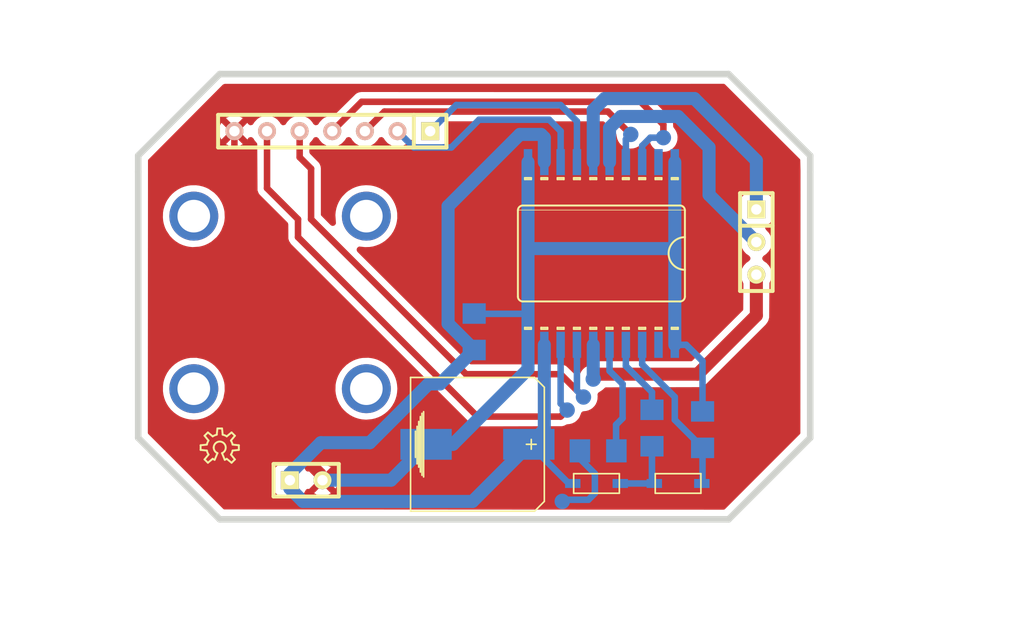
<source format=kicad_pcb>
(kicad_pcb (version 4) (host json2kicad_pcb "2021-02-10 18:50:50")

  (general
    (links 0)
    (no_connects 0)
    (area -26.2525094069 -69.5205901603 53.5005659736 9.4996)
    (thickness 1.6002)
    (drawings 0)
    (tracks 124)
    (zones 1)
    (modules 13)
    (nets 588)
  )

  (page A3)
  (title_block
    (date "30 dec 2015")
  )

  (layers
  (0 B.Cu signal)
  (1 Inner1.Cu signal)
  (2 Inner2.Cu signal)
  (15 F.Cu signal)
  (20 B.SilkS user)
  (21 F.SilkS user)
  (22 B.Paste user)
  (23 F.Paste user)
  (24 Dwgs.User user)
  (25 Cmts.User user)
  (26 Eco1.User user)
  (27 Eco2.User user)
  (28 Edge.Cuts user)
  (31 B.Cu signal)
  (32 B.Adhes user)
  (33 F.Adhes user)
  (34 B.Paste user)
  (35 F.Paste user)
  (36 B.SilkS user)
  (37 F.SilkS user)
  (38 B.Mask user)
  (39 F.Mask user)
  (40 Dwgs.User user)
  (41 Cmts.User user)
  (42 Eco1.User user)
  (43 Eco2.User user)
  (44 Edge.Cuts user)
  )

  (setup
(last_trace_width 0.254)
    (trace_clearance 0.254)
    (zone_clearance 0.508)
    (zone_45_only no)
    (trace_min 0.254)
    (segment_width 0.2)
    (edge_width 0.1)
    (via_size 1.19888)
    (via_drill 0.635)
    (via_min_size 0.889)
    (via_min_drill 0.508)
    (uvia_size 0.508)
    (uvia_drill 0.127)
    (uvias_allowed no)
    (uvia_min_size 0.508)
    (uvia_min_drill 0.127)
    (pcb_text_width 0.3)
    (pcb_text_size 1.5 1.5)
    (mod_edge_width 0.15)
    (mod_text_size 1 1)
    (mod_text_width 0.15)
    (pad_size 1.5 1.5)
    (pad_drill 0.6)
    (pad_to_mask_clearance 0)
    (aux_axis_origin 0 0)
    (visible_elements 7FFFFFFF)
    (pcbplotparams
      (layerselection 0x00030_80000001)
      (usegerberextensions true)
      (excludeedgelayer true)
      (linewidth 0.150000)
      (plotframeref false)
      (viasonmask false)
      (mode 1)
      (useauxorigin false)
      (hpglpennumber 1)
      (hpglpenspeed 20)
      (hpglpendiameter 15)
      (hpglpenoverlay 2)
      (psnegative false)
      (psa4output false)
      (plotreference true)
      (plotvalue true)
      (plotinvisibletext false)
      (padsonsilk false)
      (subtractmaskfromsilk false)
      (outputformat 1)
      (mirror false)
      (drillshape 1)
      (scaleselection 1)
      (outputdirectory ""))
  )

  (net 0 "")
  (net 1 "N-00001")
  (net 2 "N-00002")
  (net 3 "N-00003")
  (net 4 "N-00004")
  (net 5 "N-00005")
  (net 6 "N-00006")
  (net 7 "N-00007")
  (net 8 "N-00008")
  (net 9 "N-00009")
  (net 10 "N-00010")
  (net 11 "N-00011")
  (net 12 "N-00012")
  (net 13 "N-00013")
  (net 14 "N-00014")
  (net 15 "N-00015")
  (net 16 "N-00016")
  (net 17 "N-00017")
  (net 18 "N-00018")
  (net 66 "N-00066")
  (net 50 "N-00050")
  (net 45 "N-00045")
  (net 46 "N-00046")
  (net 44 "N-00044")
  (net 51 "N-00051")
  (net 25 "N-00025")
  (net 26 "N-00026")
  (net 58 "N-00058")
  (net 28 "N-00028")
  (net 29 "N-00029")
  (net 30 "N-00030")
  (net 31 "N-00031")
  (net 32 "N-00032")
  (net 64 "N-00064")
  (net 57 "N-00057")
  (net 69 "N-00069")
  (net 71 "N-00071")
  (net 43 "N-00043")
  (net 65 "N-00065")
  (net 56 "N-00056")
  (net 67 "N-00067")
  (net 68 "N-00068")
  (net 69 "N-00069")
  (net 70 "N-00070")
  (net 71 "N-00071")
  (net 72 "N-00072")
  (net 73 "N-00073")
  (net 74 "N-00074")
  (net 75 "N-00075")
  (net 76 "N-00076")
  (net 77 "N-00077")
  (net 78 "N-00078")
  (net 79 "N-00079")
  (net 80 "N-00080")
  (net 81 "N-00081")
  (net 82 "N-00082")
  (net 83 "N-00083")
  (net 116 "N-00116")
  (net 85 "N-00085")
  (net 127 "N-00127")
  (net 122 "N-00122")
  (net 123 "N-00123")
  (net 89 "N-00089")
  (net 90 "N-00090")
  (net 91 "N-00091")
  (net 92 "N-00092")
  (net 93 "N-00093")
  (net 94 "N-00094")
  (net 95 "N-00095")
  (net 96 "N-00096")
  (net 97 "N-00097")
  (net 117 "N-00117")
  (net 126 "N-00126")
  (net 124 "N-00124")
  (net 125 "N-00125")
  (net 135 "N-00135")
  (net 103 "N-00103")
  (net 104 "N-00104")
  (net 105 "N-00105")
  (net 106 "N-00106")
  (net 121 "N-00121")
  (net 108 "N-00108")
  (net 109 "N-00109")
  (net 120 "N-00120")
  (net 119 "N-00119")
  (net 111 "N-00111")
  (net 169 "N-00169")
  (net 113 "N-00113")
  (net 113 "N-00113")
  (net 119 "N-00119")
  (net 138 "N-00138")
  (net 115 "N-00115")
  (net 205 "N-00205")
  (net 167 "N-00167")
  (net 163 "N-00163")
  (net 139 "N-00139")
  (net 140 "N-00140")
  (net 164 "N-00164")
  (net 158 "N-00158")
  (net 193 "N-00193")
  (net 159 "N-00159")
  (net 145 "N-00145")
  (net 146 "N-00146")
  (net 161 "N-00161")
  (net 148 "N-00148")
  (net 149 "N-00149")
  (net 176 "N-00176")
  (net 199 "N-00199")
  (net 208 "N-00208")
  (net 165 "N-00165")
  (net 156 "N-00156")
  (net 156 "N-00156")
  (net 157 "N-00157")
  (net 170 "N-00170")
  (net 171 "N-00171")
  (net 172 "N-00172")
  (net 173 "N-00173")
  (net 190 "N-00190")
  (net 175 "N-00175")
  (net 180 "N-00180")
  (net 179 "N-00179")
  (net 189 "N-00189")
  (net 188 "N-00188")
  (net 183 "N-00183")
  (net 184 "N-00184")
  (net 185 "N-00185")
  (net 207 "N-00207")
  (net 192 "N-00192")
  (net 194 "N-00194")
  (net 206 "N-00206")
  (net 201 "N-00201")
  (net 197 "N-00197")
  (net 203 "N-00203")
  (net 209 "N-00209")
  (net 210 "N-00210")
  (net 211 "N-00211")
  (net 212 "N-00212")
  (net 213 "N-00213")
  (net 214 "N-00214")
  (net 215 "N-00215")
  (net 216 "N-00216")
  (net 217 "N-00217")
  (net 218 "N-00218")
  (net 219 "N-00219")
  (net 220 "N-00220")
  (net 221 "N-00221")
  (net 222 "N-00222")
  (net 223 "N-00223")
  (net 224 "N-00224")
  (net 225 "N-00225")
  (net 226 "N-00226")
  (net 227 "N-00227")
  (net 228 "N-00228")
  (net 229 "N-00229")
  (net 230 "N-00230")
  (net 231 "N-00231")
  (net 232 "N-00232")
  (net 233 "N-00233")
  (net 234 "N-00234")
  (net 235 "N-00235")
  (net 236 "N-00236")
  (net 237 "N-00237")
  (net 238 "N-00238")
  (net 239 "N-00239")
  (net 240 "N-00240")
  (net 241 "N-00241")
  (net 242 "N-00242")
  (net 243 "N-00243")
  (net 244 "N-00244")
  (net 245 "N-00245")
  (net 246 "N-00246")
  (net 247 "N-00247")
  (net 248 "N-00248")
  (net 249 "N-00249")
  (net 250 "N-00250")
  (net 251 "N-00251")
  (net 252 "N-00252")
  (net 253 "N-00253")
  (net 254 "N-00254")
  (net 255 "N-00255")
  (net 256 "N-00256")
  (net 257 "N-00257")
  (net 258 "N-00258")
  (net 259 "N-00259")
  (net 260 "N-00260")
  (net 261 "N-00261")
  (net 262 "N-00262")
  (net 263 "N-00263")
  (net 264 "N-00264")
  (net 265 "N-00265")
  (net 266 "N-00266")
  (net 267 "N-00267")
  (net 268 "N-00268")
  (net 269 "N-00269")
  (net 270 "N-00270")
  (net 271 "N-00271")
  (net 272 "N-00272")
  (net 273 "N-00273")
  (net 274 "N-00274")
  (net 275 "N-00275")
  (net 276 "N-00276")
  (net 277 "N-00277")
  (net 278 "N-00278")
  (net 279 "N-00279")
  (net 280 "N-00280")
  (net 281 "N-00281")
  (net 282 "N-00282")
  (net 283 "N-00283")
  (net 284 "N-00284")
  (net 285 "N-00285")
  (net 286 "N-00286")
  (net 287 "N-00287")
  (net 288 "N-00288")
  (net 289 "N-00289")
  (net 290 "N-00290")
  (net 291 "N-00291")
  (net 292 "N-00292")
  (net 293 "N-00293")
  (net 294 "N-00294")
  (net 295 "N-00295")
  (net 296 "N-00296")
  (net 297 "N-00297")
  (net 298 "N-00298")
  (net 299 "N-00299")
  (net 300 "N-00300")
  (net 301 "N-00301")
  (net 302 "N-00302")
  (net 303 "N-00303")
  (net 304 "N-00304")
  (net 305 "N-00305")
  (net 306 "N-00306")
  (net 307 "N-00307")
  (net 308 "N-00308")
  (net 309 "N-00309")
  (net 310 "N-00310")
  (net 311 "N-00311")
  (net 312 "N-00312")
  (net 313 "N-00313")
  (net 314 "N-00314")
  (net 315 "N-00315")
  (net 316 "N-00316")
  (net 317 "N-00317")
  (net 318 "N-00318")
  (net 319 "N-00319")
  (net 320 "N-00320")
  (net 321 "N-00321")
  (net 322 "N-00322")
  (net 323 "N-00323")
  (net 324 "N-00324")
  (net 325 "N-00325")
  (net 326 "N-00326")
  (net 327 "N-00327")
  (net 328 "N-00328")
  (net 329 "N-00329")
  (net 330 "N-00330")
  (net 331 "N-00331")
  (net 332 "N-00332")
  (net 333 "N-00333")
  (net 334 "N-00334")
  (net 335 "N-00335")
  (net 336 "N-00336")
  (net 337 "N-00337")
  (net 338 "N-00338")
  (net 339 "N-00339")
  (net 340 "N-00340")
  (net 341 "N-00341")
  (net 342 "N-00342")
  (net 343 "N-00343")
  (net 344 "N-00344")
  (net 345 "N-00345")
  (net 346 "N-00346")
  (net 347 "N-00347")
  (net 348 "N-00348")
  (net 349 "N-00349")
  (net 350 "N-00350")
  (net 351 "N-00351")
  (net 352 "N-00352")
  (net 353 "N-00353")
  (net 354 "N-00354")
  (net 355 "N-00355")
  (net 356 "N-00356")
  (net 357 "N-00357")
  (net 358 "N-00358")
  (net 359 "N-00359")
  (net 360 "N-00360")
  (net 361 "N-00361")
  (net 362 "N-00362")
  (net 363 "N-00363")
  (net 364 "N-00364")
  (net 365 "N-00365")
  (net 366 "N-00366")
  (net 367 "N-00367")
  (net 368 "N-00368")
  (net 369 "N-00369")
  (net 370 "N-00370")
  (net 371 "N-00371")
  (net 372 "N-00372")
  (net 373 "N-00373")
  (net 374 "N-00374")
  (net 375 "N-00375")
  (net 376 "N-00376")
  (net 377 "N-00377")
  (net 378 "N-00378")
  (net 379 "N-00379")
  (net 380 "N-00380")
  (net 381 "N-00381")
  (net 382 "N-00382")
  (net 383 "N-00383")
  (net 384 "N-00384")
  (net 385 "N-00385")
  (net 386 "N-00386")
  (net 387 "N-00387")
  (net 388 "N-00388")
  (net 389 "N-00389")
  (net 390 "N-00390")
  (net 391 "N-00391")
  (net 392 "N-00392")
  (net 393 "N-00393")
  (net 394 "N-00394")
  (net 395 "N-00395")
  (net 396 "N-00396")
  (net 397 "N-00397")
  (net 398 "N-00398")
  (net 399 "N-00399")
  (net 400 "N-00400")
  (net 401 "N-00401")
  (net 402 "N-00402")
  (net 403 "N-00403")
  (net 404 "N-00404")
  (net 405 "N-00405")
  (net 406 "N-00406")
  (net 407 "N-00407")
  (net 408 "N-00408")
  (net 409 "N-00409")
  (net 410 "N-00410")
  (net 411 "N-00411")
  (net 412 "N-00412")
  (net 413 "N-00413")
  (net 414 "N-00414")
  (net 415 "N-00415")
  (net 416 "N-00416")
  (net 417 "N-00417")
  (net 418 "N-00418")
  (net 419 "N-00419")
  (net 420 "N-00420")
  (net 421 "N-00421")
  (net 422 "N-00422")
  (net 423 "N-00423")
  (net 424 "N-00424")
  (net 425 "N-00425")
  (net 426 "N-00426")
  (net 427 "N-00427")
  (net 428 "N-00428")
  (net 429 "N-00429")
  (net 430 "N-00430")
  (net 431 "N-00431")
  (net 432 "N-00432")
  (net 433 "N-00433")
  (net 434 "N-00434")
  (net 435 "N-00435")
  (net 436 "N-00436")
  (net 437 "N-00437")
  (net 438 "N-00438")
  (net 439 "N-00439")
  (net 440 "N-00440")
  (net 441 "N-00441")
  (net 442 "N-00442")
  (net 443 "N-00443")
  (net 444 "N-00444")
  (net 445 "N-00445")
  (net 446 "N-00446")
  (net 447 "N-00447")
  (net 448 "N-00448")
  (net 449 "N-00449")
  (net 450 "N-00450")
  (net 451 "N-00451")
  (net 452 "N-00452")
  (net 453 "N-00453")
  (net 520 "N-00520")
  (net 455 "N-00455")
  (net 523 "N-00523")
  (net 530 "N-00530")
  (net 458 "N-00458")
  (net 459 "N-00459")
  (net 519 "N-00519")
  (net 566 "N-00566")
  (net 522 "N-00522")
  (net 602 "N-00602")
  (net 514 "N-00514")
  (net 465 "N-00465")
  (net 466 "N-00466")
  (net 467 "N-00467")
  (net 468 "N-00468")
  (net 521 "N-00521")
  (net 533 "N-00533")
  (net 600 "N-00600")
  (net 577 "N-00577")
  (net 556 "N-00556")
  (net 474 "N-00474")
  (net 475 "N-00475")
  (net 476 "N-00476")
  (net 477 "N-00477")
  (net 478 "N-00478")
  (net 479 "N-00479")
  (net 480 "N-00480")
  (net 481 "N-00481")
  (net 482 "N-00482")
  (net 483 "N-00483")
  (net 484 "N-00484")
  (net 485 "N-00485")
  (net 486 "N-00486")
  (net 487 "N-00487")
  (net 488 "N-00488")
  (net 489 "N-00489")
  (net 490 "N-00490")
  (net 491 "N-00491")
  (net 492 "N-00492")
  (net 493 "N-00493")
  (net 494 "N-00494")
  (net 495 "N-00495")
  (net 496 "N-00496")
  (net 497 "N-00497")
  (net 498 "N-00498")
  (net 499 "N-00499")
  (net 500 "N-00500")
  (net 501 "N-00501")
  (net 579 "N-00579")
  (net 503 "N-00503")
  (net 504 "N-00504")
  (net 505 "N-00505")
  (net 506 "N-00506")
  (net 507 "N-00507")
  (net 508 "N-00508")
  (net 509 "N-00509")
  (net 510 "N-00510")
  (net 511 "N-00511")
  (net 512 "N-00512")
  (net 513 "N-00513")
  (net 574 "N-00574")
  (net 603 "N-00603")
  (net 544 "N-00544")
  (net 568 "N-00568")
  (net 547 "N-00547")
  (net 548 "N-00548")
  (net 550 "N-00550")
  (net 597 "N-00597")
  (net 596 "N-00596")
  (net 543 "N-00543")
  (net 551 "N-00551")
  (net 555 "N-00555")
  (net 670 "N-00670")
  (net 564 "N-00564")
  (net 589 "N-00589")
  (net 562 "N-00562")
  (net 567 "N-00567")
  (net 595 "N-00595")
  (net 606 "N-00606")
  (net 592 "N-00592")
  (net 593 "N-00593")
  (net 594 "N-00594")
  (net 607 "N-00607")
  (net 608 "N-00608")
  (net 609 "N-00609")
  (net 610 "N-00610")
  (net 611 "N-00611")
  (net 612 "N-00612")
  (net 613 "N-00613")
  (net 614 "N-00614")
  (net 615 "N-00615")
  (net 616 "N-00616")
  (net 617 "N-00617")
  (net 618 "N-00618")
  (net 619 "N-00619")
  (net 620 "N-00620")
  (net 621 "N-00621")
  (net 622 "N-00622")
  (net 630 "N-00630")
  (net 662 "N-00662")
  (net 628 "N-00628")
  (net 658 "N-00658")
  (net 632 "N-00632")
  (net 633 "N-00633")
  (net 634 "N-00634")
  (net 666 "N-00666")
  (net 686 "N-00686")
  (net 637 "N-00637")
  (net 638 "N-00638")
  (net 639 "N-00639")
  (net 640 "N-00640")
  (net 641 "N-00641")
  (net 642 "N-00642")
  (net 643 "N-00643")
  (net 644 "N-00644")
  (net 645 "N-00645")
  (net 646 "N-00646")
  (net 690 "N-00690")
  (net 680 "N-00680")
  (net 669 "N-00669")
  (net 667 "N-00667")
  (net 668 "N-00668")
  (net 652 "N-00652")
  (net 653 "N-00653")
  (net 654 "N-00654")
  (net 655 "N-00655")
  (net 656 "N-00656")
  (net 657 "N-00657")
  (net 663 "N-00663")
  (net 665 "N-00665")
  (net 1 "N-00001")
  (net 2 "N-00002")
  (net 3 "N-00003")
  (net 4 "N-00004")
  (net 5 "N-00005")
  (net 6 "N-00006")
  (net 691 "N-00691")
  (net 8 "N-00008")
  (net 692 "N-00692")
  (net 794 "N-00794")
  (net 694 "N-00694")
  (net 695 "N-00695")
  (net 696 "N-00696")
  (net 697 "N-00697")
  (net 698 "N-00698")
  (net 699 "N-00699")
  (net 700 "N-00700")
  (net 809 "N-00809")
  (net 702 "N-00702")
  (net 703 "N-00703")
  (net 704 "N-00704")
  (net 705 "N-00705")
  (net 706 "N-00706")
  (net 707 "N-00707")
  (net 708 "N-00708")
  (net 709 "N-00709")
  (net 710 "N-00710")
  (net 787 "N-00787")
  (net 729 "N-00729")
  (net 713 "N-00713")
  (net 714 "N-00714")
  (net 715 "N-00715")
  (net 716 "N-00716")
  (net 717 "N-00717")
  (net 718 "N-00718")
  (net 719 "N-00719")
  (net 720 "N-00720")
  (net 721 "N-00721")
  (net 798 "N-00798")
  (net 727 "N-00727")
  (net 726 "N-00726")
  (net 725 "N-00725")
  (net 728 "N-00728")
  (net 730 "N-00730")
  (net 731 "N-00731")
  (net 761 "N-00761")
  (net 733 "N-00733")
  (net 734 "N-00734")
  (net 735 "N-00735")
  (net 736 "N-00736")
  (net 737 "N-00737")
  (net 738 "N-00738")
  (net 739 "N-00739")
  (net 740 "N-00740")
  (net 741 "N-00741")
  (net 742 "N-00742")
  (net 743 "N-00743")
  (net 744 "N-00744")
  (net 745 "N-00745")
  (net 801 "N-00801")
  (net 747 "N-00747")
  (net 763 "N-00763")
  (net 807 "N-00807")
  (net 768 "N-00768")
  (net 751 "N-00751")
  (net 764 "N-00764")
  (net 762 "N-00762")
  (net 770 "N-00770")
  (net 769 "N-00769")
  (net 760 "N-00760")
  (net 767 "N-00767")
  (net 758 "N-00758")
  (net 759 "N-00759")
  (net 795 "N-00795")
  (net 797 "N-00797")
  (net 793 "N-00793")
  (net 805 "N-00805")
  (net 796 "N-00796")
  (net 776 "N-00776")
  (net 786 "N-00786")

  (net_class Default "This is the default net class."
    (via_dia 1.19888)
    (via_drill 0.635)
    (uvia_drill 0.127)
    (trace_width 0.254)
    (uvia_dia 0.508)
    (clearance 0.254)
    (add_net "")
    (add_net "N-00001")
    (add_net "N-00002")
    (add_net "N-00003")
    (add_net "N-00004")
    (add_net "N-00005")
    (add_net "N-00006")
    (add_net "N-00007")
    (add_net "N-00008")
    (add_net "N-00009")
    (add_net "N-00010")
    (add_net "N-00011")
    (add_net "N-00012")
    (add_net "N-00013")
    (add_net "N-00014")
    (add_net "N-00015")
    (add_net "N-00016")
    (add_net "N-00017")
    (add_net "N-00018")
    (add_net "N-00345")
    (add_net "N-00025")
    (add_net "N-00026")
    (add_net "N-00028")
    (add_net "N-00029")
    (add_net "N-00030")
    (add_net "N-00031")
    (add_net "N-00032")
    (add_net "N-00720")
    (add_net "N-00347")
    (add_net "N-00348")
    (add_net "N-00043")
    (add_net "N-00044")
    (add_net "N-00045")
    (add_net "N-00046")
    (add_net "N-00349")
    (add_net "N-00344")
    (add_net "")
    (add_net "N-00050")
    (add_net "N-00051")
    (add_net "N-00340")
    (add_net "N-00341")
    (add_net "N-00342")
    (add_net "N-00343")
    (add_net "N-00056")
    (add_net "N-00057")
    (add_net "N-00058")
    (add_net "N-00351")
    (add_net "N-00348")
    (add_net "N-00349")
    (add_net "N-00064")
    (add_net "N-00065")
    (add_net "N-00066")
    (add_net "N-00067")
    (add_net "N-00068")
    (add_net "N-00069")
    (add_net "N-00070")
    (add_net "N-00071")
    (add_net "N-00072")
    (add_net "N-00073")
    (add_net "N-00074")
    (add_net "N-00075")
    (add_net "N-00076")
    (add_net "N-00077")
    (add_net "N-00078")
    (add_net "N-00079")
    (add_net "N-00080")
    (add_net "N-00081")
    (add_net "N-00082")
    (add_net "N-00083")
    (add_net "N-00085")
    (add_net "N-00716")
    (add_net "N-00742")
    (add_net "N-00089")
    (add_net "N-00090")
    (add_net "N-00091")
    (add_net "N-00092")
    (add_net "N-00093")
    (add_net "N-00094")
    (add_net "N-00095")
    (add_net "N-00096")
    (add_net "N-00097")
    (add_net "N-00103")
    (add_net "N-00104")
    (add_net "N-00105")
    (add_net "N-00106")
    (add_net "N-00108")
    (add_net "N-00109")
    (add_net "N-00619")
    (add_net "N-00111")
    (add_net "N-00113")
    (add_net "N-00115")
    (add_net "N-00116")
    (add_net "N-00117")
    (add_net "N-00298")
    (add_net "N-00119")
    (add_net "N-00120")
    (add_net "N-00121")
    (add_net "N-00122")
    (add_net "N-00123")
    (add_net "N-00124")
    (add_net "N-00125")
    (add_net "N-00126")
    (add_net "N-00127")
    (add_net "N-00718")
    (add_net "N-00593")
    (add_net "N-00592")
    (add_net "N-00199")
    (add_net "N-00594")
    (add_net "N-00597")
    (add_net "N-00135")
    (add_net "N-00194")
    (add_net "N-00138")
    (add_net "N-00139")
    (add_net "N-00140")
    (add_net "N-00190")
    (add_net "N-00193")
    (add_net "N-00192")
    (add_net "N-00270")
    (add_net "N-00145")
    (add_net "N-00146")
    (add_net "N-00273")
    (add_net "N-00148")
    (add_net "N-00149")
    (add_net "N-00276")
    (add_net "N-00277")
    (add_net "N-00278")
    (add_net "N-00279")
    (add_net "N-00156")
    (add_net "N-00157")
    (add_net "N-00158")
    (add_net "N-00159")
    (add_net "N-00161")
    (add_net "N-00163")
    (add_net "N-00164")
    (add_net "N-00165")
    (add_net "N-00167")
    (add_net "N-00628")
    (add_net "N-00169")
    (add_net "N-00170")
    (add_net "N-00171")
    (add_net "N-00172")
    (add_net "N-00173")
    (add_net "N-00175")
    (add_net "N-00176")
    (add_net "N-00179")
    (add_net "N-00180")
    (add_net "N-00521")
    (add_net "N-00522")
    (add_net "N-00183")
    (add_net "N-00184")
    (add_net "N-00185")
    (add_net "N-00188")
    (add_net "N-00189")
    (add_net "N-00190")
    (add_net "N-00715")
    (add_net "N-00192")
    (add_net "N-00193")
    (add_net "N-00194")
    (add_net "N-00448")
    (add_net "N-00197")
    (add_net "N-00199")
    (add_net "N-00443")
    (add_net "N-00201")
    (add_net "N-00441")
    (add_net "N-00203")
    (add_net "N-00447")
    (add_net "N-00205")
    (add_net "N-00206")
    (add_net "N-00207")
    (add_net "N-00208")
    (add_net "N-00209")
    (add_net "N-00108")
    (add_net "N-00109")
    (add_net "N-00212")
    (add_net "N-00213")
    (add_net "N-00214")
    (add_net "N-00215")
    (add_net "N-00216")
    (add_net "N-00103")
    (add_net "N-00218")
    (add_net "N-00219")
    (add_net "N-00106")
    (add_net "N-00221")
    (add_net "N-00104")
    (add_net "N-00105")
    (add_net "N-00224")
    (add_net "N-00225")
    (add_net "N-00226")
    (add_net "N-00227")
    (add_net "N-00228")
    (add_net "N-00229")
    (add_net "N-00230")
    (add_net "N-00231")
    (add_net "N-00232")
    (add_net "N-00032")
    (add_net "N-00031")
    (add_net "N-00030")
    (add_net "N-00236")
    (add_net "N-00237")
    (add_net "N-00238")
    (add_net "N-00239")
    (add_net "N-00240")
    (add_net "N-00241")
    (add_net "N-00242")
    (add_net "N-00243")
    (add_net "N-00244")
    (add_net "N-00245")
    (add_net "N-00246")
    (add_net "N-00247")
    (add_net "N-00248")
    (add_net "N-00249")
    (add_net "N-00250")
    (add_net "N-00251")
    (add_net "N-00252")
    (add_net "N-00253")
    (add_net "N-00254")
    (add_net "N-00255")
    (add_net "N-00256")
    (add_net "N-00257")
    (add_net "N-00258")
    (add_net "N-00259")
    (add_net "N-00260")
    (add_net "N-00261")
    (add_net "N-00262")
    (add_net "N-00263")
    (add_net "N-00264")
    (add_net "N-00265")
    (add_net "N-00266")
    (add_net "N-00267")
    (add_net "N-00268")
    (add_net "N-00269")
    (add_net "N-00270")
    (add_net "N-00271")
    (add_net "N-00272")
    (add_net "N-00273")
    (add_net "N-00274")
    (add_net "N-00275")
    (add_net "N-00276")
    (add_net "N-00277")
    (add_net "N-00278")
    (add_net "N-00279")
    (add_net "N-00280")
    (add_net "N-00281")
    (add_net "N-00282")
    (add_net "N-00283")
    (add_net "N-00284")
    (add_net "N-00285")
    (add_net "N-00286")
    (add_net "N-00287")
    (add_net "N-00288")
    (add_net "N-00289")
    (add_net "N-00290")
    (add_net "N-00291")
    (add_net "N-00292")
    (add_net "N-00293")
    (add_net "N-00294")
    (add_net "N-00295")
    (add_net "N-00296")
    (add_net "N-00297")
    (add_net "N-00298")
    (add_net "N-00299")
    (add_net "N-00300")
    (add_net "N-00301")
    (add_net "N-00302")
    (add_net "N-00303")
    (add_net "N-00304")
    (add_net "N-00305")
    (add_net "N-00306")
    (add_net "N-00307")
    (add_net "N-00308")
    (add_net "N-00309")
    (add_net "N-00310")
    (add_net "N-00006")
    (add_net "N-00312")
    (add_net "N-00313")
    (add_net "N-00314")
    (add_net "N-00315")
    (add_net "N-00316")
    (add_net "N-00317")
    (add_net "N-00318")
    (add_net "N-00319")
    (add_net "N-00320")
    (add_net "N-00321")
    (add_net "N-00322")
    (add_net "N-00323")
    (add_net "N-00324")
    (add_net "N-00325")
    (add_net "N-00326")
    (add_net "N-00327")
    (add_net "N-00328")
    (add_net "N-00329")
    (add_net "N-00330")
    (add_net "N-00331")
    (add_net "N-00332")
    (add_net "N-00333")
    (add_net "N-00334")
    (add_net "N-00335")
    (add_net "N-00336")
    (add_net "N-00337")
    (add_net "N-00338")
    (add_net "N-00339")
    (add_net "N-00340")
    (add_net "N-00341")
    (add_net "N-00342")
    (add_net "N-00343")
    (add_net "N-00091")
    (add_net "N-00090")
    (add_net "N-00093")
    (add_net "N-00092")
    (add_net "N-00095")
    (add_net "N-00094")
    (add_net "N-00097")
    (add_net "N-00096")
    (add_net "N-00352")
    (add_net "N-00353")
    (add_net "N-00354")
    (add_net "N-00355")
    (add_net "N-00356")
    (add_net "N-00357")
    (add_net "N-00358")
    (add_net "N-00359")
    (add_net "N-00360")
    (add_net "N-00361")
    (add_net "N-00362")
    (add_net "N-00363")
    (add_net "N-00364")
    (add_net "N-00365")
    (add_net "N-00366")
    (add_net "N-00367")
    (add_net "N-00368")
    (add_net "N-00369")
    (add_net "N-00370")
    (add_net "N-00371")
    (add_net "N-00372")
    (add_net "N-00373")
    (add_net "N-00374")
    (add_net "N-00375")
    (add_net "N-00376")
    (add_net "N-00377")
    (add_net "N-00217")
    (add_net "N-00379")
    (add_net "N-00380")
    (add_net "N-00381")
    (add_net "N-00382")
    (add_net "N-00383")
    (add_net "N-00384")
    (add_net "N-00385")
    (add_net "N-00386")
    (add_net "N-00387")
    (add_net "N-00388")
    (add_net "N-00389")
    (add_net "N-00390")
    (add_net "N-00391")
    (add_net "N-00392")
    (add_net "N-00393")
    (add_net "N-00394")
    (add_net "N-00395")
    (add_net "N-00396")
    (add_net "N-00397")
    (add_net "N-00398")
    (add_net "N-00399")
    (add_net "N-00400")
    (add_net "N-00401")
    (add_net "N-00402")
    (add_net "N-00403")
    (add_net "N-00238")
    (add_net "N-00239")
    (add_net "N-00406")
    (add_net "N-00407")
    (add_net "N-00234")
    (add_net "N-00235")
    (add_net "N-00236")
    (add_net "N-00237")
    (add_net "N-00230")
    (add_net "N-00231")
    (add_net "N-00232")
    (add_net "N-00233")
    (add_net "N-00416")
    (add_net "N-00417")
    (add_net "N-00418")
    (add_net "N-00411")
    (add_net "N-00420")
    (add_net "N-00421")
    (add_net "N-00422")
    (add_net "N-00423")
    (add_net "N-00424")
    (add_net "N-00412")
    (add_net "N-00426")
    (add_net "N-00427")
    (add_net "N-00428")
    (add_net "N-00429")
    (add_net "N-00430")
    (add_net "N-00413")
    (add_net "N-00001")
    (add_net "N-00433")
    (add_net "N-00434")
    (add_net "N-00435")
    (add_net "N-00436")
    (add_net "N-00414")
    (add_net "N-00438")
    (add_net "N-00439")
    (add_net "N-00440")
    (add_net "N-00441")
    (add_net "N-00442")
    (add_net "N-00415")
    (add_net "N-00444")
    (add_net "N-00445")
    (add_net "N-00446")
    (add_net "N-00447")
    (add_net "N-00146")
    (add_net "N-00449")
    (add_net "N-00450")
    (add_net "N-00145")
    (add_net "N-00452")
    (add_net "N-00453")
    (add_net "N-00140")
    (add_net "N-00455")
    (add_net "N-00612")
    (add_net "N-00613")
    (add_net "N-00458")
    (add_net "N-00459")
    (add_net "N-00616")
    (add_net "N-00617")
    (add_net "N-00148")
    (add_net "N-00149")
    (add_net "N-00465")
    (add_net "N-00466")
    (add_net "N-00419")
    (add_net "N-00468")
    (add_net "N-00761")
    (add_net "N-00474")
    (add_net "N-00475")
    (add_net "N-00476")
    (add_net "N-00477")
    (add_net "N-00478")
    (add_net "N-00479")
    (add_net "N-00480")
    (add_net "N-00344")
    (add_net "N-00482")
    (add_net "N-00483")
    (add_net "N-00484")
    (add_net "N-00485")
    (add_net "N-00486")
    (add_net "N-00487")
    (add_net "N-00488")
    (add_net "N-00489")
    (add_net "N-00490")
    (add_net "N-00491")
    (add_net "N-00492")
    (add_net "N-00493")
    (add_net "N-00494")
    (add_net "N-00495")
    (add_net "N-00496")
    (add_net "N-00497")
    (add_net "N-00345")
    (add_net "N-00499")
    (add_net "N-00500")
    (add_net "N-00501")
    (add_net "N-00425")
    (add_net "N-00504")
    (add_net "N-00505")
    (add_net "N-00506")
    (add_net "N-00507")
    (add_net "N-00508")
    (add_net "N-00509")
    (add_net "N-00510")
    (add_net "N-00511")
    (add_net "N-00512")
    (add_net "N-00513")
    (add_net "N-00514")
    (add_net "N-00519")
    (add_net "N-00520")
    (add_net "N-00521")
    (add_net "N-00522")
    (add_net "N-00523")
    (add_net "N-00770")
    (add_net "N-00530")
    (add_net "N-00498")
    (add_net "N-00533")
    (add_net "N-00135")
    (add_net "N-00494")
    (add_net "N-00495")
    (add_net "N-00139")
    (add_net "N-00138")
    (add_net "N-00490")
    (add_net "N-00491")
    (add_net "N-00492")
    (add_net "N-00493")
    (add_net "N-00544")
    (add_net "N-00025")
    (add_net "N-00026")
    (add_net "N-00547")
    (add_net "N-00548")
    (add_net "N-00550")
    (add_net "N-00551")
    (add_net "N-00555")
    (add_net "N-00028")
    (add_net "N-00029")
    (add_net "N-00564")
    (add_net "N-00407")
    (add_net "N-00406")
    (add_net "N-00405")
    (add_net "N-00404")
    (add_net "N-00403")
    (add_net "N-00402")
    (add_net "N-00401")
    (add_net "N-00400")
    (add_net "N-00568")
    (add_net "N-00769")
    (add_net "N-00409")
    (add_net "N-00408")
    (add_net "N-00481")
    (add_net "N-00577")
    (add_net "N-00579")
    (add_net "N-00589")
    (add_net "N-00455")
    (add_net "N-00592")
    (add_net "N-00593")
    (add_net "N-00594")
    (add_net "N-00595")
    (add_net "N-00596")
    (add_net "N-00597")
    (add_net "N-00600")
    (add_net "N-00442")
    (add_net "N-00603")
    (add_net "N-00606")
    (add_net "N-00607")
    (add_net "N-00608")
    (add_net "N-00609")
    (add_net "N-00610")
    (add_net "N-00443")
    (add_net "N-00612")
    (add_net "N-00613")
    (add_net "N-00614")
    (add_net "N-00615")
    (add_net "N-00616")
    (add_net "N-00617")
    (add_net "N-00618")
    (add_net "N-00619")
    (add_net "N-00620")
    (add_net "N-00621")
    (add_net "N-00622")
    (add_net "N-00379")
    (add_net "N-00378")
    (add_net "N-00628")
    (add_net "N-00630")
    (add_net "N-00371")
    (add_net "N-00370")
    (add_net "N-00373")
    (add_net "N-00372")
    (add_net "N-00375")
    (add_net "N-00374")
    (add_net "N-00377")
    (add_net "N-00376")
    (add_net "N-00640")
    (add_net "N-00448")
    (add_net "N-00642")
    (add_net "N-00643")
    (add_net "N-00644")
    (add_net "N-00645")
    (add_net "N-00646")
    (add_net "N-00346")
    (add_net "N-00567")
    (add_net "N-00706")
    (add_net "N-00707")
    (add_net "N-00652")
    (add_net "N-00618")
    (add_net "N-00654")
    (add_net "N-00655")
    (add_net "N-00393")
    (add_net "N-00392")
    (add_net "N-00391")
    (add_net "N-00089")
    (add_net "N-00397")
    (add_net "N-00396")
    (add_net "N-00395")
    (add_net "N-00394")
    (add_net "N-00082")
    (add_net "N-00083")
    (add_net "N-00080")
    (add_net "N-00081")
    (add_net "N-00668")
    (add_net "N-00669")
    (add_net "N-00670")
    (add_net "N-00085")
    (add_net "N-00797")
    (add_net "N-00796")
    (add_net "N-00795")
    (add_net "N-00794")
    (add_net "N-00793")
    (add_net "N-00680")
    (add_net "N-00796")
    (add_net "N-00416")
    (add_net "N-00686")
    (add_net "N-00798")
    (add_net "N-00738")
    (add_net "N-00690")
    (add_net "N-00432")
    (add_net "N-00692")
    (add_net "N-00798")
    (add_net "N-00007")
    (add_net "N-00695")
    (add_net "N-00696")
    (add_net "N-00697")
    (add_net "N-00698")
    (add_net "N-00699")
    (add_net "N-00700")
    (add_net "N-00610")
    (add_net "N-00702")
    (add_net "N-00703")
    (add_net "N-00704")
    (add_net "N-00705")
    (add_net "N-00706")
    (add_net "N-00611")
    (add_net "N-00708")
    (add_net "N-00709")
    (add_net "N-00710")
    (add_net "N-00512")
    (add_net "N-00713")
    (add_net "N-00714")
    (add_net "N-00299")
    (add_net "N-00716")
    (add_net "N-00717")
    (add_net "N-00718")
    (add_net "N-00589")
    (add_net "N-00245")
    (add_net "N-00244")
    (add_net "N-00247")
    (add_net "N-00246")
    (add_net "N-00241")
    (add_net "N-00240")
    (add_net "N-00243")
    (add_net "N-00242")
    (add_net "N-00728")
    (add_net "N-00729")
    (add_net "N-00730")
    (add_net "N-00615")
    (add_net "N-00249")
    (add_net "N-00248")
    (add_net "N-00734")
    (add_net "N-00735")
    (add_net "N-00736")
    (add_net "N-00737")
    (add_net "N-00738")
    (add_net "N-00295")
    (add_net "N-00740")
    (add_net "N-00741")
    (add_net "N-00742")
    (add_net "N-00743")
    (add_net "N-00744")
    (add_net "N-00292")
    (add_net "N-00747")
    (add_net "N-00293")
    (add_net "N-00445")
    (add_net "N-00467")
    (add_net "N-00410")
    (add_net "N-00290")
    (add_net "N-00707")
    (add_net "N-00759")
    (add_net "N-00511")
    (add_net "N-00510")
    (add_net "N-00513")
    (add_net "N-00291")
    (add_net "N-00764")
    (add_net "N-00514")
    (add_net "N-00767")
    (add_net "N-00458")
    (add_net "N-00459")
    (add_net "N-00621")
    (add_net "N-00620")
    (add_net "N-00450")
    (add_net "N-00451")
    (add_net "N-00452")
    (add_net "N-00453")
    (add_net "N-00346")
    (add_net "N-00776")
    (add_net "N-00786")
    (add_net "N-00787")
    (add_net "N-00179")
    (add_net "N-00176")
    (add_net "N-00175")
    (add_net "N-00795")
    (add_net "N-00173")
    (add_net "N-00172")
    (add_net "N-00171")
    (add_net "N-00170")
    (add_net "N-00801")
    (add_net "N-00805")
    (add_net "N-00657")
    (add_net "N-00809")
    (add_net "N-00596")
    (add_net "N-00654")
    (add_net "N-00656")
    (add_net "N-00183")
    (add_net "N-00180")
    (add_net "N-00002")
    (add_net "N-00652")
    (add_net "N-00653")
    (add_net "N-00184")
    (add_net "N-00185")
    (add_net "N-00188")
    (add_net "N-00189")
    (add_net "N-00197")
    (add_net "N-00658")
    (add_net "N-00347")
    (add_net "N-00437")
    (add_net "N-00294")
    (add_net "N-00764")
    (add_net "N-00011")
    (add_net "N-00010")
    (add_net "N-00013")
    (add_net "N-00012")
    (add_net "N-00015")
    (add_net "N-00014")
    (add_net "N-00017")
    (add_net "N-00016")
    (add_net "N-00018")
    (add_net "N-00272")
    (add_net "N-00713")
    (add_net "N-00274")
    (add_net "N-00733")
    (add_net "N-00275")
    (add_net "N-00751")
    (add_net "N-00759")
    (add_net "N-00498")
    (add_net "N-00322")
    (add_net "N-00323")
    (add_net "N-00320")
    (add_net "N-00321")
    (add_net "N-00326")
    (add_net "N-00327")
    (add_net "N-00324")
    (add_net "N-00325")
    (add_net "N-00328")
    (add_net "N-00329")
    (add_net "N-00714")
    (add_net "N-00335")
    (add_net "N-00201")
    (add_net "N-00203")
    (add_net "N-00758")
    (add_net "N-00205")
    (add_net "N-00770")
    (add_net "N-00207")
    (add_net "N-00206")
    (add_net "N-00209")
    (add_net "N-00208")
    (add_net "N-00503")
    (add_net "N-00077")
    (add_net "N-00076")
    (add_net "N-00075")
    (add_net "N-00074")
    (add_net "N-00073")
    (add_net "N-00072")
    (add_net "N-00071")
    (add_net "N-00070")
    (add_net "N-00655")
    (add_net "N-00079")
    (add_net "N-00078")
    (add_net "N-00686")
    (add_net "N-00715")
    (add_net "N-00807")
    (add_net "N-00680")
    (add_net "N-00805")
    (add_net "N-00337")
    (add_net "N-00669")
    (add_net "N-00668")
    (add_net "N-00667")
    (add_net "N-00666")
    (add_net "N-00665")
    (add_net "N-00663")
    (add_net "N-00662")
    (add_net "N-00769")
    (add_net "N-00556")
    (add_net "N-00692")
    (add_net "N-00690")
    (add_net "N-00691")
    (add_net "N-00696")
    (add_net "N-00697")
    (add_net "N-00694")
    (add_net "N-00695")
    (add_net "N-00698")
    (add_net "N-00699")
    (add_net "N-00807")
    (add_net "N-00543")
    (add_net "N-00547")
    (add_net "N-00544")
    (add_net "N-00008")
    (add_net "N-00548")
    (add_net "N-00523")
    (add_net "N-00120")
    (add_net "N-00121")
    (add_net "N-00122")
    (add_net "N-00123")
    (add_net "N-00124")
    (add_net "N-00125")
    (add_net "N-00126")
    (add_net "N-00127")
    (add_net "N-00717")
    (add_net "N-00378")
    (add_net "N-00719")
    (add_net "N-00520")
    (add_net "N-00414")
    (add_net "N-00415")
    (add_net "N-00333")
    (add_net "N-00417")
    (add_net "N-00410")
    (add_net "N-00411")
    (add_net "N-00412")
    (add_net "N-00413")
    (add_net "N-00418")
    (add_net "N-00419")
    (add_net "N-00776")
    (add_net "N-00499")
    (add_net "N-00319")
    (add_net "N-00318")
    (add_net "N-00313")
    (add_net "N-00312")
    (add_net "N-00311")
    (add_net "N-00310")
    (add_net "N-00317")
    (add_net "N-00316")
    (add_net "N-00315")
    (add_net "N-00314")
    (add_net "N-00332")
    (add_net "N-00809")
    (add_net "N-00721")
    (add_net "N-00496")
    (add_net "N-00653")
    (add_net "N-00497")
    (add_net "N-00003")
    (add_net "N-00725")
    (add_net "N-00368")
    (add_net "N-00369")
    (add_net "N-00366")
    (add_net "N-00367")
    (add_net "N-00364")
    (add_net "N-00365")
    (add_net "N-00362")
    (add_net "N-00363")
    (add_net "N-00360")
    (add_net "N-00361")
    (add_net "N-00440")
    (add_net "N-00446")
    (add_net "N-00380")
    (add_net "N-00381")
    (add_net "N-00382")
    (add_net "N-00383")
    (add_net "N-00384")
    (add_net "N-00385")
    (add_net "N-00386")
    (add_net "N-00387")
    (add_net "N-00388")
    (add_net "N-00389")
    (add_net "N-00444")
    (add_net "N-00786")
    (add_net "N-00787")
    (add_net "N-00431")
    (add_net "N-00210")
    (add_net "N-00451")
    (add_net "N-00211")
    (add_net "N-00768")
    (add_net "N-00579")
    (add_net "N-00622")
    (add_net "N-00556")
    (add_net "N-00577")
    (add_net "N-00574")
    (add_net "N-00258")
    (add_net "N-00259")
    (add_net "N-00064")
    (add_net "N-00065")
    (add_net "N-00066")
    (add_net "N-00067")
    (add_net "N-00068")
    (add_net "N-00069")
    (add_net "N-00250")
    (add_net "N-00251")
    (add_net "N-00256")
    (add_net "N-00257")
    (add_net "N-00254")
    (add_net "N-00255")
    (add_net "N-00603")
    (add_net "N-00220")
    (add_net "N-00794")
    (add_net "N-00602")
    (add_net "N-00562")
    (add_net "N-00726")
    (add_net "N-00710")
    (add_net "N-00733")
    (add_net "N-00735")
    (add_net "N-00222")
    (add_net "N-00508")
    (add_net "N-00509")
    (add_net "N-00506")
    (add_net "N-00507")
    (add_net "N-00504")
    (add_net "N-00223")
    (add_net "N-00503")
    (add_net "N-00500")
    (add_net "N-00501")
    (add_net "N-00630")
    (add_net "N-00632")
    (add_net "N-00633")
    (add_net "N-00634")
    (add_net "N-00566")
    (add_net "N-00637")
    (add_net "N-00465")
    (add_net "N-00639")
    (add_net "N-00467")
    (add_net "N-00466")
    (add_net "N-00727")
    (add_net "N-00169")
    (add_net "N-00736")
    (add_net "N-00164")
    (add_net "N-00165")
    (add_net "N-00167")
    (add_net "N-00161")
    (add_net "N-00163")
    (add_net "N-00350")
    (add_net "N-00740")
    (add_net "N-00691")
    (add_net "N-00574")
    (add_net "N-00233")
    (add_net "N-00751")
    (add_net "N-00234")
    (add_net "N-00235")
    (add_net "N-00797")
    (add_net "N-00641")
    (add_net "N-00640")
    (add_net "N-00405")
    (add_net "N-00643")
    (add_net "N-00662")
    (add_net "N-00642")
    (add_net "N-00009")
    (add_net "N-00645")
    (add_net "N-00646")
    (add_net "N-00644")
    (add_net "N-00438")
    (add_net "N-00731")
    (add_net "N-00439")
    (add_net "N-00436")
    (add_net "N-00437")
    (add_net "N-00434")
    (add_net "N-00760")
    (add_net "N-00435")
    (add_net "N-00703")
    (add_net "N-00768")
    (add_net "N-00432")
    (add_net "N-00433")
    (add_net "N-00357")
    (add_net "N-00356")
    (add_net "N-00355")
    (add_net "N-00354")
    (add_net "N-00353")
    (add_net "N-00352")
    (add_net "N-00351")
    (add_net "N-00350")
    (add_net "N-00801")
    (add_net "N-00431")
    (add_net "N-00519")
    (add_net "N-00741")
    (add_net "N-00359")
    (add_net "N-00358")
    (add_net "N-00216")
    (add_net "N-00217")
    (add_net "N-00214")
    (add_net "N-00215")
    (add_net "N-00212")
    (add_net "N-00213")
    (add_net "N-00210")
    (add_net "N-00211")
    (add_net "N-00762")
    (add_net "N-00763")
    (add_net "N-00760")
    (add_net "N-00761")
    (add_net "N-00767")
    (add_net "N-00218")
    (add_net "N-00219")
    (add_net "N-00339")
    (add_net "N-00602")
    (add_net "N-00338")
    (add_net "N-00666")
    (add_net "N-00289")
    (add_net "N-00288")
    (add_net "N-00793")
    (add_net "N-00004")
    (add_net "N-00334")
    (add_net "N-00281")
    (add_net "N-00280")
    (add_net "N-00283")
    (add_net "N-00282")
    (add_net "N-00285")
    (add_net "N-00284")
    (add_net "N-00287")
    (add_net "N-00286")
    (add_net "N-00336")
    (add_net "N-00667")
    (add_net "N-00331")
    (add_net "N-00670")
    (add_net "N-00330")
    (add_net "N-00263")
    (add_net "N-00262")
    (add_net "N-00261")
    (add_net "N-00260")
    (add_net "N-00267")
    (add_net "N-00266")
    (add_net "N-00265")
    (add_net "N-00264")
    (add_net "N-00269")
    (add_net "N-00268")
    (add_net "N-00058")
    (add_net "N-00057")
    (add_net "N-00056")
    (add_net "N-00051")
    (add_net "N-00050")
    (add_net "N-00533")
    (add_net "N-00614")
    (add_net "N-00530")
    (add_net "N-00115")
    (add_net "N-00252")
    (add_net "N-00117")
    (add_net "N-00116")
    (add_net "N-00111")
    (add_net "N-00113")
    (add_net "N-00253")
    (add_net "N-00119")
    (add_net "N-00429")
    (add_net "N-00428")
    (add_net "N-00739")
    (add_net "N-00421")
    (add_net "N-00420")
    (add_net "N-00423")
    (add_net "N-00422")
    (add_net "N-00425")
    (add_net "N-00424")
    (add_net "N-00427")
    (add_net "N-00426")
    (add_net "N-00308")
    (add_net "N-00309")
    (add_net "N-00300")
    (add_net "N-00301")
    (add_net "N-00302")
    (add_net "N-00303")
    (add_net "N-00304")
    (add_net "N-00305")
    (add_net "N-00306")
    (add_net "N-00307")
    (add_net "N-00632")
    (add_net "N-00633")
    (add_net "N-00634")
    (add_net "N-00296")
    (add_net "N-00743")
    (add_net "N-00637")
    (add_net "N-00638")
    (add_net "N-00639")
    (add_net "N-00555")
    (add_net "N-00641")
    (add_net "N-00744")
    (add_net "N-00762")
    (add_net "N-00430")
    (add_net "N-00708")
    (add_net "N-00709")
    (add_net "N-00731")
    (add_net "N-00730")
    (add_net "N-00745")
    (add_net "N-00271")
    (add_net "N-00694")
    (add_net "N-00704")
    (add_net "N-00705")
    (add_net "N-00734")
    (add_net "N-00568")
    (add_net "N-00409")
    (add_net "N-00737")
    (add_net "N-00449")
    (add_net "N-00700")
    (add_net "N-00562")
    (add_net "N-00311")
    (add_net "N-00564")
    (add_net "N-00566")
    (add_net "N-00567")
    (add_net "N-00739")
    (add_net "N-00702")
    (add_net "N-00229")
    (add_net "N-00228")
    (add_net "N-00227")
    (add_net "N-00226")
    (add_net "N-00225")
    (add_net "N-00224")
    (add_net "N-00223")
    (add_net "N-00222")
    (add_net "N-00221")
    (add_net "N-00220")
    (add_net "N-00656")
    (add_net "N-00505")
    (add_net "N-00747")
    (add_net "N-00657")
    (add_net "N-00404")
    (add_net "N-00745")
    (add_net "N-00658")
    (add_net "N-00726")
    (add_net "N-00727")
    (add_net "N-00390")
    (add_net "N-00720")
    (add_net "N-00721")
    (add_net "N-00551")
    (add_net "N-00297")
    (add_net "N-00728")
    (add_net "N-00729")
    (add_net "N-00607")
    (add_net "N-00606")
    (add_net "N-00600")
    (add_net "N-00157")
    (add_net "N-00156")
    (add_net "N-00159")
    (add_net "N-00158")
    (add_net "N-00663")
    (add_net "N-00609")
    (add_net "N-00608")
    (add_net "N-00758")
    (add_net "N-00665")
    (add_net "N-00550")
    (add_net "N-00399")
    (add_net "N-00468")
    (add_net "N-00398")
    (add_net "N-00763")
    (add_net "N-00046")
    (add_net "N-00044")
    (add_net "N-00045")
    (add_net "N-00043")
    (add_net "N-00638")
    (add_net "N-00611")
    (add_net "N-00005")
    (add_net "N-00543")
    (add_net "N-00725")
    (add_net "N-00595")
    (add_net "N-00489")
    (add_net "N-00488")
    (add_net "N-00487")
    (add_net "N-00486")
    (add_net "N-00485")
    (add_net "N-00484")
    (add_net "N-00483")
    (add_net "N-00482")
    (add_net "N-00481")
    (add_net "N-00480")
    (add_net "N-00408")
    (add_net "N-00476")
    (add_net "N-00477")
    (add_net "N-00474")
    (add_net "N-00475")
    (add_net "N-00478")
    (add_net "N-00479")
    (add_net "N-00719")
  )
  (module "powerSO20"
    (layer "F.Cu")
    (tedit 0)
    (tstamp 0)
    (at 20.574 -49.784 -180.00)
    (fp_text reference "U0"
      (at -0.254 0.0 0.00)
      (layer Eco1.User)
      (effects (font (size 1.27 0.0)
        (thickness 0.0)))
    )
    (fp_text value "l6234"
      (at 2.413 0.0 0.00)
      (layer Eco1.User)
      (effects (font (size 1.27 0.0)
        (thickness 0.0)))
    )
    (fp_line (start 6.1214 -3.7338) (end -6.1214 -3.7338) (layer F.SilkS) (width 0.1524))
    (fp_arc (start 6.1214 3.3528) (end 6.1214 3.7338) (angle -90.00) (layer F.SilkS) (width 0.1524))
    (fp_arc (start -6.1214 -3.3528) (end -6.5024 -3.3528) (angle 90.00) (layer F.SilkS) (width 0.1524))
    (fp_arc (start 6.1214 -3.3528) (end 6.1214 -3.7338) (angle 90.00) (layer F.SilkS) (width 0.1524))
    (fp_arc (start -6.1214 3.3528) (end -6.5024 3.3528) (angle -90.00) (layer F.SilkS) (width 0.1524))
    (fp_line (start -6.1214 3.7338) (end 6.1214 3.7338) (layer F.SilkS) (width 0.1524))
    (fp_line (start 6.5024 3.3528) (end 6.5024 -3.3528) (layer F.SilkS) (width 0.1524))
    (fp_line (start -6.5024 -3.3528) (end -6.5024 -1.27) (layer F.SilkS) (width 0.1524))
    (fp_line (start -6.5024 -1.27) (end -6.5024 1.27) (layer F.SilkS) (width 0.1524))
    (fp_line (start -6.5024 1.27) (end -6.5024 3.3528) (layer F.SilkS) (width 0.1524))
    (fp_line (start -6.477 3.3782) (end 6.477 3.3782) (layer F.SilkS) (width 0.0508))
    (fp_arc (start -6.5024 0.0) (end -6.5024 -1.27) (angle 180.00) (layer F.SilkS) (width 0.1524))
    (fp_line (start -5.969 5.8928) (end -5.461 5.8928) (layer F.SilkS) (width 0.127))
    (fp_line (start -5.461 5.8928) (end -5.461 5.7658) (layer F.SilkS) (width 0.127))
    (fp_line (start -5.461 5.7658) (end -5.969 5.7658) (layer F.SilkS) (width 0.127))
    (fp_line (start -5.969 5.7658) (end -5.969 5.8928) (layer F.SilkS) (width 0.127))
    (fp_line (start -5.969 7.366) (end -5.461 7.366) (layer Cmts.User) (width 0.127))
    (fp_line (start -5.461 7.366) (end -5.461 5.8928) (layer Cmts.User) (width 0.127))
    (fp_line (start -5.461 5.8928) (end -5.969 5.8928) (layer Cmts.User) (width 0.127))
    (fp_line (start -5.969 5.8928) (end -5.969 7.366) (layer Cmts.User) (width 0.127))
    (fp_line (start -4.699 5.8928) (end -4.191 5.8928) (layer F.SilkS) (width 0.127))
    (fp_line (start -4.191 5.8928) (end -4.191 5.7658) (layer F.SilkS) (width 0.127))
    (fp_line (start -4.191 5.7658) (end -4.699 5.7658) (layer F.SilkS) (width 0.127))
    (fp_line (start -4.699 5.7658) (end -4.699 5.8928) (layer F.SilkS) (width 0.127))
    (fp_line (start -4.699 7.366) (end -4.191 7.366) (layer Cmts.User) (width 0.127))
    (fp_line (start -4.191 7.366) (end -4.191 5.8928) (layer Cmts.User) (width 0.127))
    (fp_line (start -4.191 5.8928) (end -4.699 5.8928) (layer Cmts.User) (width 0.127))
    (fp_line (start -4.699 5.8928) (end -4.699 7.366) (layer Cmts.User) (width 0.127))
    (fp_line (start -3.429 5.8928) (end -2.921 5.8928) (layer F.SilkS) (width 0.127))
    (fp_line (start -2.921 5.8928) (end -2.921 5.7658) (layer F.SilkS) (width 0.127))
    (fp_line (start -2.921 5.7658) (end -3.429 5.7658) (layer F.SilkS) (width 0.127))
    (fp_line (start -3.429 5.7658) (end -3.429 5.8928) (layer F.SilkS) (width 0.127))
    (fp_line (start -3.429 7.366) (end -2.921 7.366) (layer Cmts.User) (width 0.127))
    (fp_line (start -2.921 7.366) (end -2.921 5.8928) (layer Cmts.User) (width 0.127))
    (fp_line (start -2.921 5.8928) (end -3.429 5.8928) (layer Cmts.User) (width 0.127))
    (fp_line (start -3.429 5.8928) (end -3.429 7.366) (layer Cmts.User) (width 0.127))
    (fp_line (start -2.159 5.8928) (end -1.651 5.8928) (layer F.SilkS) (width 0.127))
    (fp_line (start -1.651 5.8928) (end -1.651 5.7658) (layer F.SilkS) (width 0.127))
    (fp_line (start -1.651 5.7658) (end -2.159 5.7658) (layer F.SilkS) (width 0.127))
    (fp_line (start -2.159 5.7658) (end -2.159 5.8928) (layer F.SilkS) (width 0.127))
    (fp_line (start -2.159 7.366) (end -1.651 7.366) (layer Cmts.User) (width 0.127))
    (fp_line (start -1.651 7.366) (end -1.651 5.8928) (layer Cmts.User) (width 0.127))
    (fp_line (start -1.651 5.8928) (end -2.159 5.8928) (layer Cmts.User) (width 0.127))
    (fp_line (start -2.159 5.8928) (end -2.159 7.366) (layer Cmts.User) (width 0.127))
    (fp_line (start -0.889 7.366) (end -0.381 7.366) (layer Cmts.User) (width 0.127))
    (fp_line (start -0.381 7.366) (end -0.381 5.8928) (layer Cmts.User) (width 0.127))
    (fp_line (start -0.381 5.8928) (end -0.889 5.8928) (layer Cmts.User) (width 0.127))
    (fp_line (start -0.889 5.8928) (end -0.889 7.366) (layer Cmts.User) (width 0.127))
    (fp_line (start -0.889 5.8928) (end -0.381 5.8928) (layer F.SilkS) (width 0.127))
    (fp_line (start -0.381 5.8928) (end -0.381 5.7658) (layer F.SilkS) (width 0.127))
    (fp_line (start -0.381 5.7658) (end -0.889 5.7658) (layer F.SilkS) (width 0.127))
    (fp_line (start -0.889 5.7658) (end -0.889 5.8928) (layer F.SilkS) (width 0.127))
    (fp_line (start 0.381 5.8928) (end 0.889 5.8928) (layer F.SilkS) (width 0.127))
    (fp_line (start 0.889 5.8928) (end 0.889 5.7658) (layer F.SilkS) (width 0.127))
    (fp_line (start 0.889 5.7658) (end 0.381 5.7658) (layer F.SilkS) (width 0.127))
    (fp_line (start 0.381 5.7658) (end 0.381 5.8928) (layer F.SilkS) (width 0.127))
    (fp_line (start 0.381 7.366) (end 0.889 7.366) (layer Cmts.User) (width 0.127))
    (fp_line (start 0.889 7.366) (end 0.889 5.8928) (layer Cmts.User) (width 0.127))
    (fp_line (start 0.889 5.8928) (end 0.381 5.8928) (layer Cmts.User) (width 0.127))
    (fp_line (start 0.381 5.8928) (end 0.381 7.366) (layer Cmts.User) (width 0.127))
    (fp_line (start 1.651 5.8928) (end 2.159 5.8928) (layer F.SilkS) (width 0.127))
    (fp_line (start 2.159 5.8928) (end 2.159 5.7658) (layer F.SilkS) (width 0.127))
    (fp_line (start 2.159 5.7658) (end 1.651 5.7658) (layer F.SilkS) (width 0.127))
    (fp_line (start 1.651 5.7658) (end 1.651 5.8928) (layer F.SilkS) (width 0.127))
    (fp_line (start 1.651 7.366) (end 2.159 7.366) (layer Cmts.User) (width 0.127))
    (fp_line (start 2.159 7.366) (end 2.159 5.8928) (layer Cmts.User) (width 0.127))
    (fp_line (start 2.159 5.8928) (end 1.651 5.8928) (layer Cmts.User) (width 0.127))
    (fp_line (start 1.651 5.8928) (end 1.651 7.366) (layer Cmts.User) (width 0.127))
    (fp_line (start 2.921 5.8928) (end 3.429 5.8928) (layer F.SilkS) (width 0.127))
    (fp_line (start 3.429 5.8928) (end 3.429 5.7658) (layer F.SilkS) (width 0.127))
    (fp_line (start 3.429 5.7658) (end 2.921 5.7658) (layer F.SilkS) (width 0.127))
    (fp_line (start 2.921 5.7658) (end 2.921 5.8928) (layer F.SilkS) (width 0.127))
    (fp_line (start 2.921 7.366) (end 3.429 7.366) (layer Cmts.User) (width 0.127))
    (fp_line (start 3.429 7.366) (end 3.429 5.8928) (layer Cmts.User) (width 0.127))
    (fp_line (start 3.429 5.8928) (end 2.921 5.8928) (layer Cmts.User) (width 0.127))
    (fp_line (start 2.921 5.8928) (end 2.921 7.366) (layer Cmts.User) (width 0.127))
    (fp_line (start -5.969 -5.8928) (end -5.461 -5.8928) (layer Cmts.User) (width 0.127))
    (fp_line (start -5.461 -5.8928) (end -5.461 -7.366) (layer Cmts.User) (width 0.127))
    (fp_line (start -5.461 -7.366) (end -5.969 -7.366) (layer Cmts.User) (width 0.127))
    (fp_line (start -5.969 -7.366) (end -5.969 -5.8928) (layer Cmts.User) (width 0.127))
    (fp_line (start -5.969 -5.7658) (end -5.461 -5.7658) (layer F.SilkS) (width 0.127))
    (fp_line (start -5.461 -5.7658) (end -5.461 -5.8928) (layer F.SilkS) (width 0.127))
    (fp_line (start -5.461 -5.8928) (end -5.969 -5.8928) (layer F.SilkS) (width 0.127))
    (fp_line (start -5.969 -5.8928) (end -5.969 -5.7658) (layer F.SilkS) (width 0.127))
    (fp_line (start -4.699 -5.7658) (end -4.191 -5.7658) (layer F.SilkS) (width 0.127))
    (fp_line (start -4.191 -5.7658) (end -4.191 -5.8928) (layer F.SilkS) (width 0.127))
    (fp_line (start -4.191 -5.8928) (end -4.699 -5.8928) (layer F.SilkS) (width 0.127))
    (fp_line (start -4.699 -5.8928) (end -4.699 -5.7658) (layer F.SilkS) (width 0.127))
    (fp_line (start -4.699 -5.8928) (end -4.191 -5.8928) (layer Cmts.User) (width 0.127))
    (fp_line (start -4.191 -5.8928) (end -4.191 -7.366) (layer Cmts.User) (width 0.127))
    (fp_line (start -4.191 -7.366) (end -4.699 -7.366) (layer Cmts.User) (width 0.127))
    (fp_line (start -4.699 -7.366) (end -4.699 -5.8928) (layer Cmts.User) (width 0.127))
    (fp_line (start -3.429 -5.7658) (end -2.921 -5.7658) (layer F.SilkS) (width 0.127))
    (fp_line (start -2.921 -5.7658) (end -2.921 -5.8928) (layer F.SilkS) (width 0.127))
    (fp_line (start -2.921 -5.8928) (end -3.429 -5.8928) (layer F.SilkS) (width 0.127))
    (fp_line (start -3.429 -5.8928) (end -3.429 -5.7658) (layer F.SilkS) (width 0.127))
    (fp_line (start -3.429 -5.8928) (end -2.921 -5.8928) (layer Cmts.User) (width 0.127))
    (fp_line (start -2.921 -5.8928) (end -2.921 -7.366) (layer Cmts.User) (width 0.127))
    (fp_line (start -2.921 -7.366) (end -3.429 -7.366) (layer Cmts.User) (width 0.127))
    (fp_line (start -3.429 -7.366) (end -3.429 -5.8928) (layer Cmts.User) (width 0.127))
    (fp_line (start -2.159 -5.7658) (end -1.651 -5.7658) (layer F.SilkS) (width 0.127))
    (fp_line (start -1.651 -5.7658) (end -1.651 -5.8928) (layer F.SilkS) (width 0.127))
    (fp_line (start -1.651 -5.8928) (end -2.159 -5.8928) (layer F.SilkS) (width 0.127))
    (fp_line (start -2.159 -5.8928) (end -2.159 -5.7658) (layer F.SilkS) (width 0.127))
    (fp_line (start -2.159 -5.8928) (end -1.651 -5.8928) (layer Cmts.User) (width 0.127))
    (fp_line (start -1.651 -5.8928) (end -1.651 -7.366) (layer Cmts.User) (width 0.127))
    (fp_line (start -1.651 -7.366) (end -2.159 -7.366) (layer Cmts.User) (width 0.127))
    (fp_line (start -2.159 -7.366) (end -2.159 -5.8928) (layer Cmts.User) (width 0.127))
    (fp_line (start -0.889 -5.7658) (end -0.381 -5.7658) (layer F.SilkS) (width 0.127))
    (fp_line (start -0.381 -5.7658) (end -0.381 -5.8928) (layer F.SilkS) (width 0.127))
    (fp_line (start -0.381 -5.8928) (end -0.889 -5.8928) (layer F.SilkS) (width 0.127))
    (fp_line (start -0.889 -5.8928) (end -0.889 -5.7658) (layer F.SilkS) (width 0.127))
    (fp_line (start -0.889 -5.8928) (end -0.381 -5.8928) (layer Cmts.User) (width 0.127))
    (fp_line (start -0.381 -5.8928) (end -0.381 -7.366) (layer Cmts.User) (width 0.127))
    (fp_line (start -0.381 -7.366) (end -0.889 -7.366) (layer Cmts.User) (width 0.127))
    (fp_line (start -0.889 -7.366) (end -0.889 -5.8928) (layer Cmts.User) (width 0.127))
    (fp_line (start 0.381 -5.7658) (end 0.889 -5.7658) (layer F.SilkS) (width 0.127))
    (fp_line (start 0.889 -5.7658) (end 0.889 -5.8928) (layer F.SilkS) (width 0.127))
    (fp_line (start 0.889 -5.8928) (end 0.381 -5.8928) (layer F.SilkS) (width 0.127))
    (fp_line (start 0.381 -5.8928) (end 0.381 -5.7658) (layer F.SilkS) (width 0.127))
    (fp_line (start 0.381 -5.8928) (end 0.889 -5.8928) (layer Cmts.User) (width 0.127))
    (fp_line (start 0.889 -5.8928) (end 0.889 -7.366) (layer Cmts.User) (width 0.127))
    (fp_line (start 0.889 -7.366) (end 0.381 -7.366) (layer Cmts.User) (width 0.127))
    (fp_line (start 0.381 -7.366) (end 0.381 -5.8928) (layer Cmts.User) (width 0.127))
    (fp_line (start 1.651 -5.7658) (end 2.159 -5.7658) (layer F.SilkS) (width 0.127))
    (fp_line (start 2.159 -5.7658) (end 2.159 -5.8928) (layer F.SilkS) (width 0.127))
    (fp_line (start 2.159 -5.8928) (end 1.651 -5.8928) (layer F.SilkS) (width 0.127))
    (fp_line (start 1.651 -5.8928) (end 1.651 -5.7658) (layer F.SilkS) (width 0.127))
    (fp_line (start 1.651 -5.8928) (end 2.159 -5.8928) (layer Cmts.User) (width 0.127))
    (fp_line (start 2.159 -5.8928) (end 2.159 -7.366) (layer Cmts.User) (width 0.127))
    (fp_line (start 2.159 -7.366) (end 1.651 -7.366) (layer Cmts.User) (width 0.127))
    (fp_line (start 1.651 -7.366) (end 1.651 -5.8928) (layer Cmts.User) (width 0.127))
    (fp_line (start 2.921 -5.7658) (end 3.429 -5.7658) (layer F.SilkS) (width 0.127))
    (fp_line (start 3.429 -5.7658) (end 3.429 -5.8928) (layer F.SilkS) (width 0.127))
    (fp_line (start 3.429 -5.8928) (end 2.921 -5.8928) (layer F.SilkS) (width 0.127))
    (fp_line (start 2.921 -5.8928) (end 2.921 -5.7658) (layer F.SilkS) (width 0.127))
    (fp_line (start 2.921 -5.8928) (end 3.429 -5.8928) (layer Cmts.User) (width 0.127))
    (fp_line (start 3.429 -5.8928) (end 3.429 -7.366) (layer Cmts.User) (width 0.127))
    (fp_line (start 3.429 -7.366) (end 2.921 -7.366) (layer Cmts.User) (width 0.127))
    (fp_line (start 2.921 -7.366) (end 2.921 -5.8928) (layer Cmts.User) (width 0.127))
    (fp_line (start 4.191 -5.7658) (end 4.699 -5.7658) (layer F.SilkS) (width 0.127))
    (fp_line (start 4.699 -5.7658) (end 4.699 -5.8928) (layer F.SilkS) (width 0.127))
    (fp_line (start 4.699 -5.8928) (end 4.191 -5.8928) (layer F.SilkS) (width 0.127))
    (fp_line (start 4.191 -5.8928) (end 4.191 -5.7658) (layer F.SilkS) (width 0.127))
    (fp_line (start 5.461 -5.7658) (end 5.969 -5.7658) (layer F.SilkS) (width 0.127))
    (fp_line (start 5.969 -5.7658) (end 5.969 -5.8928) (layer F.SilkS) (width 0.127))
    (fp_line (start 5.969 -5.8928) (end 5.461 -5.8928) (layer F.SilkS) (width 0.127))
    (fp_line (start 5.461 -5.8928) (end 5.461 -5.7658) (layer F.SilkS) (width 0.127))
    (fp_line (start 4.191 -5.8928) (end 4.699 -5.8928) (layer Cmts.User) (width 0.127))
    (fp_line (start 4.699 -5.8928) (end 4.699 -7.366) (layer Cmts.User) (width 0.127))
    (fp_line (start 4.699 -7.366) (end 4.191 -7.366) (layer Cmts.User) (width 0.127))
    (fp_line (start 4.191 -7.366) (end 4.191 -5.8928) (layer Cmts.User) (width 0.127))
    (fp_line (start 5.461 -5.8928) (end 5.969 -5.8928) (layer Cmts.User) (width 0.127))
    (fp_line (start 5.969 -5.8928) (end 5.969 -7.366) (layer Cmts.User) (width 0.127))
    (fp_line (start 5.969 -7.366) (end 5.461 -7.366) (layer Cmts.User) (width 0.127))
    (fp_line (start 5.461 -7.366) (end 5.461 -5.8928) (layer Cmts.User) (width 0.127))
    (fp_line (start 4.191 5.8928) (end 4.699 5.8928) (layer F.SilkS) (width 0.127))
    (fp_line (start 4.699 5.8928) (end 4.699 5.7658) (layer F.SilkS) (width 0.127))
    (fp_line (start 4.699 5.7658) (end 4.191 5.7658) (layer F.SilkS) (width 0.127))
    (fp_line (start 4.191 5.7658) (end 4.191 5.8928) (layer F.SilkS) (width 0.127))
    (fp_line (start 5.461 5.8928) (end 5.969 5.8928) (layer F.SilkS) (width 0.127))
    (fp_line (start 5.969 5.8928) (end 5.969 5.7658) (layer F.SilkS) (width 0.127))
    (fp_line (start 5.969 5.7658) (end 5.461 5.7658) (layer F.SilkS) (width 0.127))
    (fp_line (start 5.461 5.7658) (end 5.461 5.8928) (layer F.SilkS) (width 0.127))
    (fp_line (start 4.191 7.366) (end 4.699 7.366) (layer Cmts.User) (width 0.127))
    (fp_line (start 4.699 7.366) (end 4.699 5.8928) (layer Cmts.User) (width 0.127))
    (fp_line (start 4.699 5.8928) (end 4.191 5.8928) (layer Cmts.User) (width 0.127))
    (fp_line (start 4.191 5.8928) (end 4.191 7.366) (layer Cmts.User) (width 0.127))
    (fp_line (start 5.461 7.366) (end 5.969 7.366) (layer Cmts.User) (width 0.127))
    (fp_line (start 5.969 7.366) (end 5.969 5.8928) (layer Cmts.User) (width 0.127))
    (fp_line (start 5.969 5.8928) (end 5.461 5.8928) (layer Cmts.User) (width 0.127))
    (fp_line (start 5.461 5.8928) (end 5.461 7.366) (layer Cmts.User) (width 0.127))
    (pad 1 smd rect (at -5.715 7.112 -180.00) (size 0.6604 2.032) (drill 0.0) (layers "F.Cu" "F.Paste") (net 69 N-00069))
    (pad 2 smd rect (at -4.445 7.112 -180.00) (size 0.6604 2.032) (drill 0.0) (layers "F.Cu" "F.Paste") (net 786 N-00786))
    (pad 3 smd rect (at -3.175 7.112 -180.00) (size 0.6604 2.032) (drill 0.0) (layers "F.Cu" "F.Paste") (net 704 N-00704))
    (pad 4 smd rect (at -1.905 7.112 -180.00) (size 0.6604 2.032) (drill 0.0) (layers "F.Cu" "F.Paste") (net 705 N-00705))
    (pad 5 smd rect (at -0.635 7.112 -180.00) (size 0.6604 2.032) (drill 0.0) (layers "F.Cu" "F.Paste") (net 709 N-00709))
    (pad 6 smd rect (at 0.635 7.112 -180.00) (size 0.6604 2.032) (drill 0.0) (layers "F.Cu" "F.Paste") (net 710 N-00710))
    (pad 7 smd rect (at 1.905 7.112 -180.00) (size 0.6604 2.032) (drill 0.0) (layers "F.Cu" "F.Paste") (net 707 N-00707))
    (pad 8 smd rect (at 3.175 7.112 -180.00) (size 0.6604 2.032) (drill 0.0) (layers "F.Cu" "F.Paste") (net 706 N-00706))
    (pad 13 smd rect (at 3.175 -7.112 -180.00) (size 0.6604 2.032) (drill 0.0) (layers "F.Cu" "F.Paste") (net 702 N-00702))
    (pad 14 smd rect (at 1.905 -7.112 -180.00) (size 0.6604 2.032) (drill 0.0) (layers "F.Cu" "F.Paste") (net 703 N-00703))
    (pad 15 smd rect (at 0.635 -7.112 -180.00) (size 0.6604 2.032) (drill 0.0) (layers "F.Cu" "F.Paste") (net 708 N-00708))
    (pad 16 smd rect (at -0.635 -7.112 -180.00) (size 0.6604 2.032) (drill 0.0) (layers "F.Cu" "F.Paste") (net 721 N-00721))
    (pad 17 smd rect (at -1.905 -7.112 -180.00) (size 0.6604 2.032) (drill 0.0) (layers "F.Cu" "F.Paste") (net 733 N-00733))
    (pad 18 smd rect (at -3.175 -7.112 -180.00) (size 0.6604 2.032) (drill 0.0) (layers "F.Cu" "F.Paste") (net 776 N-00776))
    (pad 19 smd rect (at -4.445 -7.112 -180.00) (size 0.6604 2.032) (drill 0.0) (layers "F.Cu" "F.Paste") (net 787 N-00787))
    (pad 20 smd rect (at -5.715 -7.112 -180.00) (size 0.6604 2.032) (drill 0.0) (layers "F.Cu" "F.Paste") (net 69 N-00069))
    (pad 9 smd rect (at 4.445 7.112 -180.00) (size 0.6604 2.032) (drill 0.0) (layers "F.Cu" "F.Paste") (net 692 N-00692))
    (pad 10 smd rect (at 5.715 7.112 -180.00) (size 0.6604 2.032) (drill 0.0) (layers "F.Cu" "F.Paste") (net 69 N-00069))
    (pad 12 smd rect (at 4.445 -7.112 -180.00) (size 0.6604 2.032) (drill 0.0) (layers "F.Cu" "F.Paste") (net 692 N-00692))
    (pad 11 smd rect (at 5.715 -7.112 -180.00) (size 0.6604 2.032) (drill 0.0) (layers "F.Cu" "F.Paste") (net 69 N-00069))
  )

  (module "SIL-7"
    (layer "F.Cu")
    (tedit 0)
    (tstamp 0)
    (at -0.381 -59.309 -180.00)
    (fp_text reference "in_en_g"
      (at -2.54 0.0 0.00)
      (layer F.SilkS)
      (effects (font (size 1.08712 0.0)
        (thickness 0.0)))
    )
    (fp_text value "Val**"
      (at -2.54 0.0 0.00)
      (layer F.SilkS)
      (effects (font (size 1.016 0.0)
        (thickness 0.0)))
    )
    (fp_line (start -8.89 -1.27) (end -8.89 -1.27) (layer F.SilkS) (width 0.3048))
    (fp_line (start -8.89 -1.27) (end 8.89 -1.27) (layer F.SilkS) (width 0.3048))
    (fp_line (start 8.89 -1.27) (end 8.89 1.27) (layer F.SilkS) (width 0.3048))
    (fp_line (start 8.89 1.27) (end -8.89 1.27) (layer F.SilkS) (width 0.3048))
    (fp_line (start -8.89 1.27) (end -8.89 -1.27) (layer F.SilkS) (width 0.3048))
    (fp_line (start -6.35 1.27) (end -6.35 1.27) (layer F.SilkS) (width 0.3048))
    (fp_line (start -6.35 1.27) (end -6.35 -1.27) (layer F.SilkS) (width 0.3048))
    (pad 1 thru_hole rect (at -7.62 0.0 -180.00) (size 1.397 1.397) (drill 0.8128) (layers "B.Cu" "Inner1.Cu" "Inner2.Cu" "F.Cu" "F.SilkS" "B.Paste" "F.Paste") (net 707 N-00707))
    (pad 2 thru_hole circle (at -5.08 0.0 -180.00) (size 1.397 1.397) (drill 0.8128) (layers "B.Cu" "Inner1.Cu" "Inner2.Cu" "F.Cu" "B.SilkS" "F.SilkS" "B.Paste" "F.Paste") (net 706 N-00706))
    (pad 3 thru_hole circle (at -2.54 0.0 -180.00) (size 1.397 1.397) (drill 0.8128) (layers "B.Cu" "Inner1.Cu" "Inner2.Cu" "F.Cu" "B.SilkS" "F.SilkS" "B.Paste" "F.Paste") (net 705 N-00705))
    (pad 4 thru_hole circle (at 0.0 0.0 -180.00) (size 1.397 1.397) (drill 0.8128) (layers "B.Cu" "Inner1.Cu" "Inner2.Cu" "F.Cu" "B.SilkS" "F.SilkS" "B.Paste" "F.Paste") (net 704 N-00704))
    (pad 5 thru_hole circle (at 2.54 0.0 -180.00) (size 1.397 1.397) (drill 0.8128) (layers "B.Cu" "Inner1.Cu" "Inner2.Cu" "F.Cu" "B.SilkS" "F.SilkS" "B.Paste" "F.Paste") (net 703 N-00703))
    (pad 6 thru_hole circle (at 5.08 0.0 -180.00) (size 1.397 1.397) (drill 0.8128) (layers "B.Cu" "Inner1.Cu" "Inner2.Cu" "F.Cu" "B.SilkS" "F.SilkS" "B.Paste" "F.Paste") (net 702 N-00702))
    (pad 7 thru_hole circle (at 7.62 0.0 -180.00) (size 1.397 1.397) (drill 0.8128) (layers "B.Cu" "Inner1.Cu" "Inner2.Cu" "F.Cu" "B.SilkS" "F.SilkS" "B.Paste" "F.Paste") (net 69 N-00069))
  )

  (module "C1206"
    (layer "F.Cu")
    (tedit 0)
    (tstamp 0)
    (at 20.32 -34.417 -180.00)
    (fp_text reference "C1"
      (at -0.635 0.0 0.00)
      (layer Eco1.User)
      (effects (font (size 1.27 0.0)
        (thickness 0.0)))
    )
    (fp_text value "1uf"
      (at 3.175 0.0 0.00)
      (layer Eco1.User)
      (effects (font (size 1.27 0.0)
        (thickness 0.0)))
    )
    (fp_line (start 0.9525 0.8128) (end -0.9652 0.8128) (layer Cmts.User) (width 0.1524))
    (fp_line (start 0.9525 -0.8128) (end -0.9652 -0.8128) (layer Cmts.User) (width 0.1524))
    (fp_line (start -1.6891 0.8763) (end -0.9525 0.8763) (layer Cmts.User) (width 0.127))
    (fp_line (start -0.9525 0.8763) (end -0.9525 -0.8763) (layer Cmts.User) (width 0.127))
    (fp_line (start -0.9525 -0.8763) (end -1.6891 -0.8763) (layer Cmts.User) (width 0.127))
    (fp_line (start -1.6891 -0.8763) (end -1.6891 0.8763) (layer Cmts.User) (width 0.127))
    (fp_line (start 0.9525 0.8763) (end 1.6891 0.8763) (layer Cmts.User) (width 0.127))
    (fp_line (start 1.6891 0.8763) (end 1.6891 -0.8763) (layer Cmts.User) (width 0.127))
    (fp_line (start 1.6891 -0.8763) (end 0.9525 -0.8763) (layer Cmts.User) (width 0.127))
    (fp_line (start 0.9525 -0.8763) (end 0.9525 0.8763) (layer Cmts.User) (width 0.127))
    (pad 2 smd rect (at 1.41986 0.0 -180.00) (size 1.59766 1.80086) (drill 0.0) (layers "F.Cu" "F.Paste") (net 69 N-00069))
    (pad 1 smd rect (at -1.41986 0.0 -180.00) (size 1.59766 1.80086) (drill 0.0) (layers "F.Cu" "F.Paste") (net 721 N-00721))
  )

  (module "SOD-123"
    (layer "F.Cu")
    (tedit 0)
    (tstamp 0)
    (at 26.543 -31.877 -180.00)
    (fp_text reference "D1"
      (at -0.79502 0.0 0.00)
      (layer Eco1.User)
      (effects (font (size 0.4064 0.0)
        (thickness 0.0)))
    )
    (fp_text value "1n4148"
      (at 1.4859 0.0 0.00)
      (layer Eco1.User)
      (effects (font (size 0.4064 0.0)
        (thickness 0.0)))
    )
    (fp_line (start -0.99822 -0.6985) (end 0.99822 -0.6985) (layer Cmts.User) (width 0.1524))
    (fp_line (start 0.99822 -0.6985) (end 0.99822 0.6985) (layer Cmts.User) (width 0.1524))
    (fp_line (start 0.99822 0.6985) (end -0.99822 0.6985) (layer Cmts.User) (width 0.1524))
    (fp_line (start -0.99822 0.6985) (end -0.99822 -0.6985) (layer Cmts.User) (width 0.1524))
    (fp_line (start -0.49784 0.0) (end 0.09906 -0.39878) (layer Cmts.User) (width 0.1524))
    (fp_line (start 0.09906 -0.39878) (end 0.09906 0.39878) (layer Cmts.User) (width 0.1524))
    (fp_line (start 0.09906 0.39878) (end -0.49784 0.0) (layer Cmts.User) (width 0.1524))
    (fp_line (start -1.778 -0.762) (end 1.778 -0.762) (layer F.SilkS) (width 0.127))
    (fp_line (start 1.778 -0.762) (end 1.778 0.762) (layer F.SilkS) (width 0.127))
    (fp_line (start 1.778 0.762) (end -1.778 0.762) (layer F.SilkS) (width 0.127))
    (fp_line (start -1.778 0.762) (end -1.778 -0.762) (layer F.SilkS) (width 0.127))
    (fp_line (start -0.6985 0.6985) (end -0.49784 0.6985) (layer Cmts.User) (width 0.127))
    (fp_line (start -0.49784 0.6985) (end -0.49784 -0.6985) (layer Cmts.User) (width 0.127))
    (fp_line (start -0.49784 -0.6985) (end -0.6985 -0.6985) (layer Cmts.User) (width 0.127))
    (fp_line (start -0.6985 -0.6985) (end -0.6985 0.6985) (layer Cmts.User) (width 0.127))
    (pad C smd rect (at -1.84912 0.0 -180.00) (size 1.19888 0.6985) (drill 0.0) (layers "F.Cu" "F.Paste") (net 776 N-00776))
    (pad A smd rect (at 1.84912 0.0 -180.00) (size 1.19888 0.6985) (drill 0.0) (layers "F.Cu" "F.Paste") (net 798 N-00798))
  )

  (module "meow_gopro_bot_screw"
    (layer "F.Cu")
    (tedit 0)
    (tstamp 0)
    (at -4.445 -45.974 -45.00)
    (fp_text reference ""
      (at 0.0 0.0 0.00)
      (layer F.SilkS)
      (effects (font (size 0.0 0.0)
        (thickness 0.0)))
    )
    (fp_text reference "screw"
      (at 0.0 0.0 0.00)
      (layer F.SilkS)
      (effects (font (size 0.0 0.0)
        (thickness 0.0)))
    )
    (pad S0 thru_hole oval (at 0.0 9.4996 -45.00) (size 3.81 3.81) (drill 2.54) (layers "B.Cu" "Inner1.Cu" "Inner2.Cu" "F.Cu" "B.Paste" "F.Paste") (net 638 N-00638))
    (pad S1 thru_hole oval (at 9.4996 0.0 -45.00) (size 3.81 3.81) (drill 2.54) (layers "B.Cu" "Inner1.Cu" "Inner2.Cu" "F.Cu" "B.Paste" "F.Paste") (net 641 N-00641))
    (pad S2 thru_hole oval (at 0.0 -9.4996 -45.00) (size 3.81 3.81) (drill 2.54) (layers "B.Cu" "Inner1.Cu" "Inner2.Cu" "F.Cu" "B.Paste" "F.Paste") (net 639 N-00639))
    (pad S3 thru_hole oval (at -9.4996 0.0 -45.00) (size 3.81 3.81) (drill 2.54) (layers "B.Cu" "Inner1.Cu" "Inner2.Cu" "F.Cu" "B.Paste" "F.Paste") (net 640 N-00640))
  )

  (module "SIL-2"
    (layer "F.Cu")
    (tedit 0)
    (tstamp 0)
    (at -2.413 -32.131 0.00)
    (fp_text reference "motpwr"
      (at -2.54 0.0 0.00)
      (layer F.SilkS)
      (effects (font (size 1.08712 0.0)
        (thickness 0.0)))
    )
    (fp_text value "Val**"
      (at -2.54 0.0 0.00)
      (layer F.SilkS)
      (effects (font (size 1.016 0.0)
        (thickness 0.0)))
    )
    (fp_line (start -2.54 1.27) (end -2.54 -1.27) (layer F.SilkS) (width 0.3048))
    (fp_line (start -2.54 -1.27) (end 2.54 -1.27) (layer F.SilkS) (width 0.3048))
    (fp_line (start 2.54 -1.27) (end 2.54 1.27) (layer F.SilkS) (width 0.3048))
    (fp_line (start 2.54 1.27) (end -2.54 1.27) (layer F.SilkS) (width 0.3048))
    (pad 1 thru_hole rect (at -1.27 0.0 0.00) (size 1.397 1.397) (drill 0.8128) (layers "B.Cu" "Inner1.Cu" "Inner2.Cu" "F.Cu" "F.SilkS" "B.Paste" "F.Paste") (net 692 N-00692))
    (pad 2 thru_hole circle (at 1.27 0.0 0.00) (size 1.397 1.397) (drill 0.8128) (layers "B.Cu" "Inner1.Cu" "Inner2.Cu" "F.Cu" "F.SilkS" "B.Paste" "F.Paste") (net 69 N-00069))
  )

  (module "C1206"
    (layer "F.Cu")
    (tedit 0)
    (tstamp 0)
    (at 24.511 -36.195 90.00)
    (fp_text reference "C2"
      (at -0.635 0.0 0.00)
      (layer Eco1.User)
      (effects (font (size 1.27 0.0)
        (thickness 0.0)))
    )
    (fp_text value "10nf"
      (at 3.175 0.0 0.00)
      (layer Eco1.User)
      (effects (font (size 1.27 0.0)
        (thickness 0.0)))
    )
    (fp_line (start 0.9525 0.8128) (end -0.9652 0.8128) (layer Cmts.User) (width 0.1524))
    (fp_line (start 0.9525 -0.8128) (end -0.9652 -0.8128) (layer Cmts.User) (width 0.1524))
    (fp_line (start -1.6891 0.8763) (end -0.9525 0.8763) (layer Cmts.User) (width 0.127))
    (fp_line (start -0.9525 0.8763) (end -0.9525 -0.8763) (layer Cmts.User) (width 0.127))
    (fp_line (start -0.9525 -0.8763) (end -1.6891 -0.8763) (layer Cmts.User) (width 0.127))
    (fp_line (start -1.6891 -0.8763) (end -1.6891 0.8763) (layer Cmts.User) (width 0.127))
    (fp_line (start 0.9525 0.8763) (end 1.6891 0.8763) (layer Cmts.User) (width 0.127))
    (fp_line (start 1.6891 0.8763) (end 1.6891 -0.8763) (layer Cmts.User) (width 0.127))
    (fp_line (start 1.6891 -0.8763) (end 0.9525 -0.8763) (layer Cmts.User) (width 0.127))
    (fp_line (start 0.9525 -0.8763) (end 0.9525 0.8763) (layer Cmts.User) (width 0.127))
    (pad 2 smd rect (at 1.41986 0.0 90.00) (size 1.59766 1.80086) (drill 0.0) (layers "F.Cu" "F.Paste") (net 733 N-00733))
    (pad 1 smd rect (at -1.41986 0.0 90.00) (size 1.59766 1.80086) (drill 0.0) (layers "F.Cu" "F.Paste") (net 798 N-00798))
  )

  (module "C1206"
    (layer "F.Cu")
    (tedit 0)
    (tstamp 0)
    (at 28.45054 -36.068 90.00)
    (fp_text reference "C3"
      (at -0.635 0.0 0.00)
      (layer Eco1.User)
      (effects (font (size 1.27 0.0)
        (thickness 0.0)))
    )
    (fp_text value ".22uf"
      (at 3.175 0.0 0.00)
      (layer Eco1.User)
      (effects (font (size 1.27 0.0)
        (thickness 0.0)))
    )
    (fp_line (start 0.9525 0.8128) (end -0.9652 0.8128) (layer Cmts.User) (width 0.1524))
    (fp_line (start 0.9525 -0.8128) (end -0.9652 -0.8128) (layer Cmts.User) (width 0.1524))
    (fp_line (start -1.6891 0.8763) (end -0.9525 0.8763) (layer Cmts.User) (width 0.127))
    (fp_line (start -0.9525 0.8763) (end -0.9525 -0.8763) (layer Cmts.User) (width 0.127))
    (fp_line (start -0.9525 -0.8763) (end -1.6891 -0.8763) (layer Cmts.User) (width 0.127))
    (fp_line (start -1.6891 -0.8763) (end -1.6891 0.8763) (layer Cmts.User) (width 0.127))
    (fp_line (start 0.9525 0.8763) (end 1.6891 0.8763) (layer Cmts.User) (width 0.127))
    (fp_line (start 1.6891 0.8763) (end 1.6891 -0.8763) (layer Cmts.User) (width 0.127))
    (fp_line (start 1.6891 -0.8763) (end 0.9525 -0.8763) (layer Cmts.User) (width 0.127))
    (fp_line (start 0.9525 -0.8763) (end 0.9525 0.8763) (layer Cmts.User) (width 0.127))
    (pad 2 smd rect (at 1.41986 0.0 90.00) (size 1.59766 1.80086) (drill 0.0) (layers "F.Cu" "F.Paste") (net 69 N-00069))
    (pad 1 smd rect (at -1.41986 0.0 90.00) (size 1.59766 1.80086) (drill 0.0) (layers "F.Cu" "F.Paste") (net 776 N-00776))
  )

  (module "C1206"
    (layer "F.Cu")
    (tedit 0)
    (tstamp 0)
    (at 10.668 -43.688 90.00)
    (fp_text reference "c0"
      (at -0.635 0.0 0.00)
      (layer Eco1.User)
      (effects (font (size 1.27 0.0)
        (thickness 0.0)))
    )
    (fp_text value ".1uf"
      (at 3.175 0.0 0.00)
      (layer Eco1.User)
      (effects (font (size 1.27 0.0)
        (thickness 0.0)))
    )
    (fp_line (start 0.9525 0.8128) (end -0.9652 0.8128) (layer Cmts.User) (width 0.1524))
    (fp_line (start 0.9525 -0.8128) (end -0.9652 -0.8128) (layer Cmts.User) (width 0.1524))
    (fp_line (start -1.6891 0.8763) (end -0.9525 0.8763) (layer Cmts.User) (width 0.127))
    (fp_line (start -0.9525 0.8763) (end -0.9525 -0.8763) (layer Cmts.User) (width 0.127))
    (fp_line (start -0.9525 -0.8763) (end -1.6891 -0.8763) (layer Cmts.User) (width 0.127))
    (fp_line (start -1.6891 -0.8763) (end -1.6891 0.8763) (layer Cmts.User) (width 0.127))
    (fp_line (start 0.9525 0.8763) (end 1.6891 0.8763) (layer Cmts.User) (width 0.127))
    (fp_line (start 1.6891 0.8763) (end 1.6891 -0.8763) (layer Cmts.User) (width 0.127))
    (fp_line (start 1.6891 -0.8763) (end 0.9525 -0.8763) (layer Cmts.User) (width 0.127))
    (fp_line (start 0.9525 -0.8763) (end 0.9525 0.8763) (layer Cmts.User) (width 0.127))
    (pad 2 smd rect (at 1.41986 0.0 90.00) (size 1.59766 1.80086) (drill 0.0) (layers "F.Cu" "F.Paste") (net 69 N-00069))
    (pad 1 smd rect (at -1.41986 0.0 90.00) (size 1.59766 1.80086) (drill 0.0) (layers "F.Cu" "F.Paste") (net 692 N-00692))
  )

  (module "SIL-3"
    (layer "F.Cu")
    (tedit 0)
    (tstamp 0)
    (at 32.639 -50.673 -90.00)
    (fp_text reference "MOTOR"
      (at -2.54 0.0 0.00)
      (layer F.SilkS)
      (effects (font (size 1.07696 0.0)
        (thickness 0.0)))
    )
    (fp_text value "Val**"
      (at -2.54 0.0 0.00)
      (layer F.SilkS)
      (effects (font (size 1.016 0.0)
        (thickness 0.0)))
    )
    (fp_line (start -3.81 1.27) (end -3.81 -1.27) (layer F.SilkS) (width 0.3048))
    (fp_line (start -3.81 -1.27) (end 3.81 -1.27) (layer F.SilkS) (width 0.3048))
    (fp_line (start 3.81 -1.27) (end 3.81 1.27) (layer F.SilkS) (width 0.3048))
    (fp_line (start 3.81 1.27) (end -3.81 1.27) (layer F.SilkS) (width 0.3048))
    (fp_line (start -1.27 -1.27) (end -1.27 1.27) (layer F.SilkS) (width 0.3048))
    (pad 1 thru_hole rect (at -2.54 0.0 -90.00) (size 1.397 1.397) (drill 0.8128) (layers "B.Cu" "Inner1.Cu" "Inner2.Cu" "F.Cu" "F.SilkS" "B.Paste" "F.Paste") (net 710 N-00710))
    (pad 2 thru_hole circle (at 0.0 0.0 -90.00) (size 1.397 1.397) (drill 0.8128) (layers "B.Cu" "Inner1.Cu" "Inner2.Cu" "F.Cu" "F.SilkS" "B.Paste" "F.Paste") (net 709 N-00709))
    (pad 3 thru_hole circle (at 2.54 0.0 -90.00) (size 1.397 1.397) (drill 0.8128) (layers "B.Cu" "Inner1.Cu" "Inner2.Cu" "F.Cu" "F.SilkS" "B.Paste" "F.Paste") (net 708 N-00708))
  )

  (module "SOD-123"
    (layer "F.Cu")
    (tedit 0)
    (tstamp 0)
    (at 20.193 -31.877 -180.00)
    (fp_text reference "D0"
      (at -0.79502 0.0 0.00)
      (layer Eco1.User)
      (effects (font (size 0.4064 0.0)
        (thickness 0.0)))
    )
    (fp_text value "1n4148"
      (at 1.4859 0.0 0.00)
      (layer Eco1.User)
      (effects (font (size 0.4064 0.0)
        (thickness 0.0)))
    )
    (fp_line (start -0.99822 -0.6985) (end 0.99822 -0.6985) (layer Cmts.User) (width 0.1524))
    (fp_line (start 0.99822 -0.6985) (end 0.99822 0.6985) (layer Cmts.User) (width 0.1524))
    (fp_line (start 0.99822 0.6985) (end -0.99822 0.6985) (layer Cmts.User) (width 0.1524))
    (fp_line (start -0.99822 0.6985) (end -0.99822 -0.6985) (layer Cmts.User) (width 0.1524))
    (fp_line (start -0.49784 0.0) (end 0.09906 -0.39878) (layer Cmts.User) (width 0.1524))
    (fp_line (start 0.09906 -0.39878) (end 0.09906 0.39878) (layer Cmts.User) (width 0.1524))
    (fp_line (start 0.09906 0.39878) (end -0.49784 0.0) (layer Cmts.User) (width 0.1524))
    (fp_line (start -1.778 -0.762) (end 1.778 -0.762) (layer F.SilkS) (width 0.127))
    (fp_line (start 1.778 -0.762) (end 1.778 0.762) (layer F.SilkS) (width 0.127))
    (fp_line (start 1.778 0.762) (end -1.778 0.762) (layer F.SilkS) (width 0.127))
    (fp_line (start -1.778 0.762) (end -1.778 -0.762) (layer F.SilkS) (width 0.127))
    (fp_line (start -0.6985 0.6985) (end -0.49784 0.6985) (layer Cmts.User) (width 0.127))
    (fp_line (start -0.49784 0.6985) (end -0.49784 -0.6985) (layer Cmts.User) (width 0.127))
    (fp_line (start -0.49784 -0.6985) (end -0.6985 -0.6985) (layer Cmts.User) (width 0.127))
    (fp_line (start -0.6985 -0.6985) (end -0.6985 0.6985) (layer Cmts.User) (width 0.127))
    (pad C smd rect (at -1.84912 0.0 -180.00) (size 1.19888 0.6985) (drill 0.0) (layers "F.Cu" "F.Paste") (net 798 N-00798))
    (pad A smd rect (at 1.84912 0.0 -180.00) (size 1.19888 0.6985) (drill 0.0) (layers "F.Cu" "F.Paste") (net 692 N-00692))
  )

  (gr_line (start -9.144 -63.754) (end 30.48 -63.754) (angle 51566.20) (width 0.508) (layer Edge.Cuts))
  (gr_line (start 36.83 -56.134) (end 36.83 -35.433) (angle 51566.20) (width 0.508) (layer Edge.Cuts))
  (zone (net 8) (net_name N-00008) (layer B.Cu) (tstamp 0) (hatch edge 0.508)
    (connect_pads (clearance 0.508)) (min_thickness 0.254) (fill (arc_segments 16) (thermal_gap 0.508)  (thermal_bridge_width 0.508))
    (polygon (pts
      (xy -26.2525094069 -69.5205901603)
      (xy 53.5005659736 -69.5205901603)
      (xy 53.5005659736 -20.9858439807)
      (xy -26.2525094069 -20.9858439807)
    ))
    (filled_polygon (pts
      (xy 30.06344 -29.96184)
      (xy -8.77824 -29.98216)
      (xy -14.61516 -35.81654)
      (xy -14.60246 -57.01792)
      (xy -8.8265 -62.8269)
      (xy -8.7376 -62.865)
      (xy 30.10154 -62.86754)
      (xy 35.93084 -57.05094)
      (xy 35.95116 -56.2356)
      (xy 35.93846 -35.80638)
      (xy 30.10154 -29.96692)
      (xy 30.06344 -29.96184)
      (xy -1.17856 -30.7975)
      (xy -0.90678 -30.82036)
      (xy -0.67818 -30.88132)
      (xy -0.45466 -30.98546)
      (xy -0.29464 -31.1023)
      (xy -1.143 -31.95066)
      (xy -1.99136 -31.10484)
      (xy -1.85674 -31.00578)
      (xy -1.6256 -30.88894)
      (xy -1.40208 -30.82544)
      (xy -1.17856 -30.7975)
      (xy -4.37642 -30.7975)
      (xy -2.98958 -30.7975)
      (xy -2.794 -30.82798)
      (xy -2.60604 -30.9245)
      (xy -2.4765 -31.05404)
      (xy -2.33172 -31.30804)
      (xy -2.27584 -31.3309)
      (xy -2.21488 -31.32328)
      (xy -2.17424 -31.2801)
      (xy -1.32334 -32.131)
      (xy -2.17424 -32.9819)
      (xy -2.21742 -32.93872)
      (xy -2.27838 -32.9311)
      (xy -2.33426 -32.95396)
      (xy -2.4765 -33.20796)
      (xy -2.60604 -33.3375)
      (xy -2.794 -33.43402)
      (xy -2.98958 -33.4645)
      (xy -4.37642 -33.4645)
      (xy -4.572 -33.43402)
      (xy -4.75996 -33.3375)
      (xy -4.8895 -33.20796)
      (xy -4.98602 -33.02)
      (xy -5.0165 -32.8295)
      (xy -5.0165 -31.4325)
      (xy -4.98602 -31.242)
      (xy -4.8895 -31.05404)
      (xy -4.75996 -30.9245)
      (xy -4.572 -30.82798)
      (xy -4.37642 -30.7975)
      (xy -0.11938 -31.28772)
      (xy -0.06604 -31.34614)
      (xy 0.0635 -31.56458)
      (xy 0.127 -31.7246)
      (xy 0.18034 -31.97352)
      (xy 0.18288 -32.26308)
      (xy 0.13716 -32.50438)
      (xy 0.06858 -32.68726)
      (xy -0.0508 -32.89554)
      (xy -0.11938 -32.97428)
      (xy -0.96266 -32.131)
      (xy -0.11938 -31.28772)
      (xy -1.143 -32.31134)
      (xy -0.29464 -33.15716)
      (xy -0.42926 -33.25622)
      (xy -0.6604 -33.37306)
      (xy -0.88392 -33.43656)
      (xy -1.10744 -33.4645)
      (xy -1.37922 -33.44164)
      (xy -1.60782 -33.38068)
      (xy -1.83134 -33.27654)
      (xy -1.99136 -33.1597)
      (xy -1.143 -32.31134)
      (xy 10.8839 -36.195)
      (xy 17.53108 -36.21024)
      (xy 17.7165 -36.25596)
      (xy 17.9197 -36.3601)
      (xy 18.1356 -36.38042)
      (xy 18.34896 -36.43884)
      (xy 18.55216 -36.5379)
      (xy 18.70202 -36.64712)
      (xy 18.86458 -36.81222)
      (xy 18.9738 -36.9697)
      (xy 19.1262 -37.34054)
      (xy 19.17954 -37.37356)
      (xy 19.40814 -37.39642)
      (xy 19.61896 -37.45484)
      (xy 19.82216 -37.5539)
      (xy 19.97202 -37.66312)
      (xy 20.13458 -37.82822)
      (xy 20.2438 -37.9857)
      (xy 20.34286 -38.20668)
      (xy 20.39366 -38.4175)
      (xy 20.4089 -38.6715)
      (xy 20.3962 -38.79342)
      (xy 20.41906 -38.85184)
      (xy 20.73402 -39.06012)
      (xy 20.92706 -39.23538)
      (xy 28.20162 -39.25062)
      (xy 28.49626 -39.33444)
      (xy 28.63088 -39.39286)
      (xy 28.82646 -39.54018)
      (xy 33.4645 -44.16552)
      (xy 33.61182 -44.36618)
      (xy 33.69056 -44.51604)
      (xy 33.76168 -44.77004)
      (xy 33.78454 -47.46244)
      (xy 33.909 -47.7266)
      (xy 33.96234 -47.97552)
      (xy 33.96488 -48.26508)
      (xy 33.91916 -48.50638)
      (xy 33.85058 -48.68926)
      (xy 33.7312 -48.89754)
      (xy 33.52292 -49.13376)
      (xy 33.29686 -49.28616)
      (xy 33.22828 -49.37252)
      (xy 33.22828 -49.4284)
      (xy 33.29686 -49.51476)
      (xy 33.49244 -49.64938)
      (xy 33.71596 -49.88814)
      (xy 33.8455 -50.10658)
      (xy 33.909 -50.2666)
      (xy 33.96234 -50.51806)
      (xy 33.96488 -50.80508)
      (xy 33.91916 -51.04638)
      (xy 33.84804 -51.23434)
      (xy 33.72866 -51.44262)
      (xy 33.5026 -51.689)
      (xy 33.44926 -51.77536)
      (xy 33.4772 -51.87188)
      (xy 33.71596 -52.0065)
      (xy 33.8455 -52.13604)
      (xy 33.94202 -52.324)
      (xy 33.9725 -52.5145)
      (xy 33.9725 -53.9115)
      (xy 33.93948 -54.10454)
      (xy 33.8455 -54.28996)
      (xy 33.71596 -54.4195)
      (xy 33.528 -54.51602)
      (xy 33.33242 -54.5465)
      (xy 31.94558 -54.5465)
      (xy 31.75 -54.51602)
      (xy 31.56204 -54.4195)
      (xy 31.4325 -54.28996)
      (xy 31.33852 -54.10454)
      (xy 31.3055 -53.9115)
      (xy 31.3055 -52.5145)
      (xy 31.33598 -52.324)
      (xy 31.4325 -52.13604)
      (xy 31.56204 -52.0065)
      (xy 31.8008 -51.86934)
      (xy 31.8262 -51.77028)
      (xy 31.7881 -51.69916)
      (xy 31.56204 -51.45786)
      (xy 31.4325 -51.23942)
      (xy 31.369 -51.08194)
      (xy 31.31566 -50.8381)
      (xy 31.31312 -50.54346)
      (xy 31.35884 -50.29962)
      (xy 31.42742 -50.11674)
      (xy 31.5468 -49.90846)
      (xy 31.75508 -49.67224)
      (xy 31.98114 -49.51984)
      (xy 32.04972 -49.43348)
      (xy 32.04972 -49.3776)
      (xy 31.98114 -49.29124)
      (xy 31.7881 -49.15916)
      (xy 31.56204 -48.91786)
      (xy 31.4325 -48.69942)
      (xy 31.369 -48.54194)
      (xy 31.31566 -48.29048)
      (xy 31.31312 -48.00092)
      (xy 31.35884 -47.75962)
      (xy 31.50616 -47.41672)
      (xy 31.49092 -45.43298)
      (xy 27.56662 -41.52138)
      (xy 20.18538 -41.52138)
      (xy 19.90344 -41.44264)
      (xy 19.75612 -41.37914)
      (xy 19.45386 -41.13784)
      (xy 19.22526 -41.01338)
      (xy 19.06016 -40.8686)
      (xy 18.92046 -40.69842)
      (xy 18.80616 -40.4876)
      (xy 18.74012 -40.41394)
      (xy 18.64106 -40.40886)
      (xy 17.96288 -41.06672)
      (xy 17.82318 -41.16324)
      (xy 17.56664 -41.25468)
      (xy 17.43964 -41.275)
      (xy 10.41908 -41.27754)
      (xy 1.68148 -49.9872)
      (xy 1.64846 -50.04308)
      (xy 1.64592 -50.10658)
      (xy 1.67894 -50.16246)
      (xy 1.73228 -50.19802)
      (xy 2.16916 -50.1523)
      (xy 2.54762 -50.165)
      (xy 2.8067 -50.20564)
      (xy 3.06324 -50.2793)
      (xy 3.32994 -50.38344)
      (xy 3.59156 -50.52314)
      (xy 3.81 -50.67046)
      (xy 4.064 -50.89398)
      (xy 4.30022 -51.16068)
      (xy 4.48056 -51.435)
      (xy 4.61772 -51.71948)
      (xy 4.70408 -51.96078)
      (xy 4.77012 -52.24018)
      (xy 4.80568 -52.50942)
      (xy 4.8006 -52.94122)
      (xy 4.7625 -53.19522)
      (xy 4.69392 -53.45684)
      (xy 4.5974 -53.71084)
      (xy 4.46786 -53.96484)
      (xy 4.30022 -54.22138)
      (xy 4.11226 -54.44236)
      (xy 3.85572 -54.67604)
      (xy 3.59918 -54.85638)
      (xy 3.36296 -54.98592)
      (xy 3.1242 -55.08498)
      (xy 2.85496 -55.16372)
      (xy 2.59842 -55.20944)
      (xy 2.24282 -55.22976)
      (xy 1.89992 -55.20182)
      (xy 1.64338 -55.15102)
      (xy 1.3716 -55.06466)
      (xy 1.13284 -54.96052)
      (xy 0.80264 -54.7624)
      (xy 0.60452 -54.60746)
      (xy 0.31242 -54.30774)
      (xy 0.1524 -54.09184)
      (xy 0.00762 -53.84038)
      (xy -0.10668 -53.57876)
      (xy -0.18796 -53.31968)
      (xy -0.23876 -53.06568)
      (xy -0.2667 -52.7812)
      (xy -0.22098 -52.1462)
      (xy -0.25654 -52.09032)
      (xy -0.31242 -52.05984)
      (xy -0.37846 -52.06238)
      (xy -0.4318 -52.0954)
      (xy -1.143 -52.81168)
      (xy -1.143 -56.4261)
      (xy -1.16586 -56.58612)
      (xy -1.2319 -56.769)
      (xy -1.31572 -56.91378)
      (xy -2.01676 -57.62498)
      (xy -2.04216 -57.70118)
      (xy -2.02692 -58.32094)
      (xy -1.84404 -58.52414)
      (xy -1.72466 -58.70448)
      (xy -1.62306 -58.7248)
      (xy -1.54178 -58.66384)
      (xy -1.4732 -58.54446)
      (xy -1.26492 -58.30824)
      (xy -1.09474 -58.18378)
      (xy -0.8636 -58.06694)
      (xy -0.64008 -58.00344)
      (xy -0.41656 -57.9755)
      (xy -0.14478 -57.99836)
      (xy 0.08382 -58.05932)
      (xy 0.30734 -58.16346)
      (xy 0.47244 -58.28538)
      (xy 0.69596 -58.52414)
      (xy 0.81534 -58.70448)
      (xy 0.91694 -58.7248)
      (xy 0.99822 -58.66384)
      (xy 1.0668 -58.54446)
      (xy 1.27508 -58.30824)
      (xy 1.44526 -58.18378)
      (xy 1.6764 -58.06694)
      (xy 1.89992 -58.00344)
      (xy 2.12344 -57.9755)
      (xy 2.39522 -57.99836)
      (xy 2.62382 -58.05932)
      (xy 2.84734 -58.16346)
      (xy 3.01244 -58.28538)
      (xy 3.23596 -58.52414)
      (xy 3.35534 -58.70448)
      (xy 3.45694 -58.7248)
      (xy 3.53822 -58.66384)
      (xy 3.6068 -58.54446)
      (xy 3.81508 -58.30824)
      (xy 3.98526 -58.18378)
      (xy 4.2164 -58.06694)
      (xy 4.43992 -58.00344)
      (xy 4.66344 -57.9755)
      (xy 4.93522 -57.99836)
      (xy 5.16382 -58.05932)
      (xy 5.38734 -58.16346)
      (xy 5.55244 -58.28538)
      (xy 5.77342 -58.50128)
      (xy 5.83438 -58.5089)
      (xy 5.89026 -58.48604)
      (xy 6.0325 -58.23204)
      (xy 6.16204 -58.1025)
      (xy 6.35 -58.00598)
      (xy 6.54558 -57.9755)
      (xy 7.93242 -57.9755)
      (xy 8.128 -58.00598)
      (xy 8.31596 -58.1025)
      (xy 8.4455 -58.23204)
      (xy 8.54202 -58.42)
      (xy 8.5725 -58.6105)
      (xy 8.57758 -59.86018)
      (xy 8.62584 -59.92368)
      (xy 8.6995 -59.94908)
      (xy 20.70608 -59.94654)
      (xy 21.60778 -59.055)
      (xy 21.68398 -58.67908)
      (xy 21.77796 -58.46318)
      (xy 21.88972 -58.29046)
      (xy 22.02434 -58.14568)
      (xy 22.20214 -58.01106)
      (xy 22.37486 -57.91962)
      (xy 22.61362 -57.8485)
      (xy 22.82444 -57.82056)
      (xy 23.0886 -57.84342)
      (xy 23.30196 -57.90184)
      (xy 23.50516 -58.0009)
      (xy 23.65502 -58.11012)
      (xy 23.81758 -58.27522)
      (xy 24.00808 -58.5724)
      (xy 24.0665 -58.5978)
      (xy 24.13 -58.59018)
      (xy 24.1808 -58.55462)
      (xy 24.31542 -58.21172)
      (xy 24.42972 -58.03646)
      (xy 24.56434 -57.89168)
      (xy 24.74214 -57.75706)
      (xy 24.91486 -57.66562)
      (xy 25.15362 -57.5945)
      (xy 25.36444 -57.56656)
      (xy 25.6286 -57.58942)
      (xy 25.84196 -57.64784)
      (xy 26.04516 -57.7469)
      (xy 26.19502 -57.85612)
      (xy 26.35758 -58.02122)
      (xy 26.46934 -58.18378)
      (xy 26.56586 -58.39968)
      (xy 26.61666 -58.6105)
      (xy 26.6319 -58.8645)
      (xy 26.60142 -59.08548)
      (xy 26.53538 -59.28614)
      (xy 26.4287 -59.48426)
      (xy 26.29154 -59.67222)
      (xy 26.27376 -59.95924)
      (xy 26.2128 -60.1726)
      (xy 26.10358 -60.35802)
      (xy 24.2316 -62.2427)
      (xy 24.08174 -62.35446)
      (xy 23.92934 -62.42812)
      (xy 23.7109 -62.47638)
      (xy 1.89738 -62.484)
      (xy 1.70942 -62.46114)
      (xy 1.53162 -62.40018)
      (xy 1.37922 -62.30874)
      (xy -0.30226 -60.65012)
      (xy -0.61722 -60.61964)
      (xy -0.84582 -60.55868)
      (xy -1.06934 -60.45454)
      (xy -1.2319 -60.33516)
      (xy -1.45796 -60.09386)
      (xy -1.57734 -59.91352)
      (xy -1.67894 -59.8932)
      (xy -1.76022 -59.95416)
      (xy -1.83134 -60.07862)
      (xy -2.03708 -60.30976)
      (xy -2.20726 -60.43422)
      (xy -2.4384 -60.55106)
      (xy -2.66192 -60.61456)
      (xy -2.88544 -60.6425)
      (xy -3.15722 -60.61964)
      (xy -3.38582 -60.55868)
      (xy -3.60934 -60.45454)
      (xy -3.7719 -60.33516)
      (xy -3.99796 -60.09386)
      (xy -4.11734 -59.91352)
      (xy -4.21894 -59.8932)
      (xy -4.30022 -59.95416)
      (xy -4.37134 -60.07862)
      (xy -4.57708 -60.30976)
      (xy -4.74726 -60.43422)
      (xy -4.9784 -60.55106)
      (xy -5.20192 -60.61456)
      (xy -5.42544 -60.6425)
      (xy -5.69722 -60.61964)
      (xy -5.92582 -60.55868)
      (xy -6.14934 -60.45454)
      (xy -6.3119 -60.33516)
      (xy -6.53796 -60.09386)
      (xy -6.65734 -59.91352)
      (xy -6.75894 -59.8932)
      (xy -6.84022 -59.95416)
      (xy -6.91134 -60.07862)
      (xy -6.97738 -60.15228)
      (xy -7.82066 -59.309)
      (xy -6.97738 -58.46572)
      (xy -6.92404 -58.52414)
      (xy -6.80466 -58.70448)
      (xy -6.70306 -58.7248)
      (xy -6.62178 -58.66384)
      (xy -6.5532 -58.54192)
      (xy -6.35 -58.29808)
      (xy -6.32714 -54.6735)
      (xy -6.223 -54.4068)
      (xy -6.12648 -54.27726)
      (xy -3.95732 -52.11318)
      (xy -3.93192 -52.03698)
      (xy -3.92684 -50.92954)
      (xy -3.8608 -50.70348)
      (xy -3.6957 -50.4444)
      (xy 10.38098 -36.38296)
      (xy 10.54354 -36.28136)
      (xy 10.7188 -36.2204)
      (xy 10.8839 -36.195)
      (xy -11.17346 -36.7157)
      (xy -10.89914 -36.73094)
      (xy -10.63752 -36.77158)
      (xy -10.38098 -36.84016)
      (xy -10.11428 -36.9443)
      (xy -9.86028 -37.07638)
      (xy -9.57326 -37.27704)
      (xy -9.30148 -37.53104)
      (xy -9.10082 -37.77234)
      (xy -8.9408 -38.0238)
      (xy -8.81888 -38.27526)
      (xy -8.72998 -38.52418)
      (xy -8.63092 -39.0652)
      (xy -8.63854 -39.54272)
      (xy -8.67918 -39.79418)
      (xy -8.75284 -40.0558)
      (xy -8.85698 -40.31996)
      (xy -8.97382 -40.54856)
      (xy -9.144 -40.79748)
      (xy -9.44372 -41.12514)
      (xy -9.6647 -41.30802)
      (xy -9.90854 -41.4655)
      (xy -10.16508 -41.5925)
      (xy -10.40638 -41.6814)
      (xy -10.9347 -41.78808)
      (xy -11.43 -41.783)
      (xy -11.68654 -41.74236)
      (xy -11.94308 -41.67378)
      (xy -12.19708 -41.57472)
      (xy -12.45108 -41.44518)
      (xy -12.69238 -41.28262)
      (xy -12.9413 -41.06672)
      (xy -13.1699 -40.81272)
      (xy -13.35024 -40.54602)
      (xy -13.49502 -40.259)
      (xy -13.589 -40.00754)
      (xy -13.65504 -39.75608)
      (xy -13.6906 -39.47414)
      (xy -13.69314 -39.05758)
      (xy -13.65504 -38.78072)
      (xy -13.589 -38.51148)
      (xy -13.50264 -38.26764)
      (xy -13.37818 -38.01364)
      (xy -13.21816 -37.76472)
      (xy -13.03782 -37.5412)
      (xy -12.78128 -37.2999)
      (xy -12.51966 -37.11194)
      (xy -12.29106 -36.97986)
      (xy -12.04468 -36.87572)
      (xy -11.7729 -36.7919)
      (xy -11.52144 -36.74364)
      (xy -11.17346 -36.7157)
      (xy 2.25552 -36.7157)
      (xy 2.7305 -36.76142)
      (xy 3.00228 -36.82492)
      (xy 3.25628 -36.91636)
      (xy 3.4925 -37.02812)
      (xy 3.77698 -37.211)
      (xy 3.99542 -37.39134)
      (xy 4.22148 -37.62756)
      (xy 4.39166 -37.85616)
      (xy 4.56184 -38.15334)
      (xy 4.6609 -38.39464)
      (xy 4.74218 -38.66388)
      (xy 4.7879 -38.91534)
      (xy 4.8133 -39.26078)
      (xy 4.78536 -39.61638)
      (xy 4.7371 -39.86784)
      (xy 4.65836 -40.12692)
      (xy 4.5466 -40.38854)
      (xy 4.41706 -40.6146)
      (xy 4.26212 -40.83304)
      (xy 4.02336 -41.0972)
      (xy 3.80238 -41.28516)
      (xy 3.5179 -41.47058)
      (xy 3.22834 -41.61028)
      (xy 2.98704 -41.6941)
      (xy 2.72034 -41.75506)
      (xy 2.44094 -41.79062)
      (xy 1.96088 -41.77792)
      (xy 1.70942 -41.73474)
      (xy 1.43764 -41.656)
      (xy 1.19888 -41.55948)
      (xy 0.92964 -41.41216)
      (xy 0.64008 -41.20388)
      (xy 0.32512 -40.88892)
      (xy 0.11684 -40.59936)
      (xy -0.03048 -40.33012)
      (xy -0.127 -40.09136)
      (xy -0.20574 -39.81958)
      (xy -0.24892 -39.57066)
      (xy -0.26162 -39.0906)
      (xy -0.22606 -38.80866)
      (xy -0.1651 -38.54196)
      (xy -0.08128 -38.30066)
      (xy 0.05588 -38.01364)
      (xy 0.2413 -37.72916)
      (xy 0.4318 -37.50564)
      (xy 0.69088 -37.27196)
      (xy 0.9144 -37.11194)
      (xy 1.14046 -36.9824)
      (xy 1.38938 -36.87572)
      (xy 1.66116 -36.7919)
      (xy 1.91262 -36.74364)
      (xy 2.25552 -36.7157)
      (xy -11.26744 -50.1523)
      (xy -10.73404 -50.18786)
      (xy -10.4648 -50.24882)
      (xy -10.21588 -50.33264)
      (xy -9.96188 -50.45202)
      (xy -9.6901 -50.6222)
      (xy -9.28878 -50.97526)
      (xy -9.09066 -51.22164)
      (xy -8.91032 -51.51882)
      (xy -8.70966 -52.02428)
      (xy -8.65632 -52.28336)
      (xy -8.62584 -52.5653)
      (xy -8.64616 -53.04536)
      (xy -8.69442 -53.29174)
      (xy -8.77316 -53.55336)
      (xy -8.88492 -53.81498)
      (xy -9.04748 -54.09692)
      (xy -9.24052 -54.35346)
      (xy -9.49452 -54.60746)
      (xy -9.93902 -54.91734)
      (xy -10.19302 -55.03926)
      (xy -10.4394 -55.12562)
      (xy -10.71372 -55.18912)
      (xy -10.98296 -55.22468)
      (xy -11.4046 -55.2196)
      (xy -11.66368 -55.1815)
      (xy -11.92022 -55.11546)
      (xy -12.18692 -55.01386)
      (xy -12.41552 -54.89956)
      (xy -12.7127 -54.70144)
      (xy -12.9413 -54.50078)
      (xy -13.14704 -54.27472)
      (xy -13.34262 -53.99532)
      (xy -13.46708 -53.7591)
      (xy -13.5636 -53.5178)
      (xy -13.64234 -53.24348)
      (xy -13.68552 -52.99456)
      (xy -13.69822 -52.58308)
      (xy -13.67028 -52.28844)
      (xy -13.60932 -52.01158)
      (xy -13.52804 -51.7652)
      (xy -13.4112 -51.5112)
      (xy -13.11656 -51.06924)
      (xy -12.88034 -50.82286)
      (xy -12.63142 -50.61966)
      (xy -12.3571 -50.44694)
      (xy -12.06754 -50.3174)
      (xy -11.80846 -50.23612)
      (xy -11.55446 -50.18278)
      (xy -11.26744 -50.1523)
      (xy -8.03656 -57.9755)
      (xy -7.76478 -57.99836)
      (xy -7.53618 -58.05932)
      (xy -7.31266 -58.16346)
      (xy -7.15264 -58.2803)
      (xy -8.001 -59.12866)
      (xy -8.84936 -58.28284)
      (xy -8.71474 -58.18378)
      (xy -8.4836 -58.06694)
      (xy -8.26008 -58.00344)
      (xy -8.03656 -57.9755)
      (xy -9.02462 -58.46572)
      (xy -8.18134 -59.309)
      (xy -9.02462 -60.15228)
      (xy -9.07796 -60.09386)
      (xy -9.2075 -59.87542)
      (xy -9.271 -59.71794)
      (xy -9.32434 -59.47156)
      (xy -9.32688 -59.17692)
      (xy -9.28116 -58.93562)
      (xy -9.21258 -58.75274)
      (xy -9.0932 -58.54446)
      (xy -9.02462 -58.46572)
      (xy -8.001 -59.48934)
      (xy -7.15264 -60.33516)
      (xy -7.28726 -60.43422)
      (xy -7.5184 -60.55106)
      (xy -7.74192 -60.61456)
      (xy -7.96544 -60.6425)
      (xy -8.23722 -60.61964)
      (xy -8.46582 -60.55868)
      (xy -8.68934 -60.45454)
      (xy -8.84936 -60.3377)
      (xy -8.001 -59.48934)
      (xy -8.001 -59.48934)
      (xy -9.02462 -58.46572)
      (xy -8.03656 -57.9755)
      (xy -11.26744 -50.1523)
      (xy 2.25552 -36.7157)
      (xy -11.17346 -36.7157)
      (xy 10.8839 -36.195)
      (xy -1.143 -32.31134)
      (xy -0.11938 -31.28772)
      (xy -4.37642 -30.7975)
      (xy -1.17856 -30.7975)
      (xy 30.06344 -29.96184)
    ))
  )
  (gr_line (start -9.144 -29.083) (end 30.48 -29.083) (angle 51566.20) (width 0.508) (layer Edge.Cuts))
  (module "OSHW-LOGO-S"
    (layer "F.Cu")
    (tedit 0)
    (tstamp 0)
    (at -9.144 -34.671 0.00)
    (fp_text reference "ref**"
      (at 0.0 0.0 0.00)
      (layer Cmts.User)
      (effects (font (size 0.0 0.0)
        (thickness 0.0)))
    )
    (fp_text value "val**"
      (at 0.0 0.0 0.00)
      (layer Eco1.User)
      (effects (font (size 0.0 0.0)
        (thickness 0.0)))
    )
    (fp_arc (start 0.0 0.0) (end 0.3937 0.9525) (angle -9.40) (layer F.SilkS) (width 0.14986))
    (fp_line (start 0.5461 0.87376) (end 0.92202 1.1811) (layer F.SilkS) (width 0.14986))
    (fp_line (start 0.92202 1.1811) (end 1.1811 0.92202) (layer F.SilkS) (width 0.14986))
    (fp_line (start 1.1811 0.92202) (end 0.87376 0.5461) (layer F.SilkS) (width 0.14986))
    (fp_arc (start 0.0 0.0) (end 0.87376 0.5461) (angle -19.00) (layer F.SilkS) (width 0.14986))
    (fp_line (start 1.0033 0.23114) (end 1.48844 0.18034) (layer F.SilkS) (width 0.14986))
    (fp_line (start 1.48844 0.18034) (end 1.48844 -0.18034) (layer F.SilkS) (width 0.14986))
    (fp_line (start 1.48844 -0.18034) (end 1.0033 -0.23114) (layer F.SilkS) (width 0.14986))
    (fp_arc (start 0.0 0.0) (end 1.0033 -0.23114) (angle -19.00) (layer F.SilkS) (width 0.14986))
    (fp_line (start 0.87376 -0.5461) (end 1.1811 -0.92202) (layer F.SilkS) (width 0.14986))
    (fp_line (start 1.1811 -0.92202) (end 0.92202 -1.1811) (layer F.SilkS) (width 0.14986))
    (fp_line (start 0.92202 -1.1811) (end 0.5461 -0.87376) (layer F.SilkS) (width 0.14986))
    (fp_arc (start 0.0 0.0) (end 0.5461 -0.87376) (angle -19.00) (layer F.SilkS) (width 0.14986))
    (fp_line (start 0.23114 -1.0033) (end 0.18034 -1.48844) (layer F.SilkS) (width 0.14986))
    (fp_line (start 0.18034 -1.48844) (end -0.18034 -1.48844) (layer F.SilkS) (width 0.14986))
    (fp_line (start -0.18034 -1.48844) (end -0.23114 -1.0033) (layer F.SilkS) (width 0.14986))
    (fp_arc (start 0.0 0.0) (end -0.23114 -1.0033) (angle -19.00) (layer F.SilkS) (width 0.14986))
    (fp_line (start -0.5461 -0.87376) (end -0.92202 -1.1811) (layer F.SilkS) (width 0.14986))
    (fp_line (start -0.92202 -1.1811) (end -1.1811 -0.92202) (layer F.SilkS) (width 0.14986))
    (fp_line (start -1.1811 -0.92202) (end -0.87376 -0.5461) (layer F.SilkS) (width 0.14986))
    (fp_arc (start 0.0 0.0) (end -0.87376 -0.5461) (angle -19.00) (layer F.SilkS) (width 0.14986))
    (fp_line (start -1.0033 -0.23114) (end -1.48844 -0.18034) (layer F.SilkS) (width 0.14986))
    (fp_line (start -1.48844 -0.18034) (end -1.48844 0.18034) (layer F.SilkS) (width 0.14986))
    (fp_line (start -1.48844 0.18034) (end -1.0033 0.23114) (layer F.SilkS) (width 0.14986))
    (fp_arc (start 0.0 0.0) (end -1.0033 0.23114) (angle -19.00) (layer F.SilkS) (width 0.14986))
    (fp_line (start -0.87376 0.5461) (end -1.1811 0.92202) (layer F.SilkS) (width 0.14986))
    (fp_line (start -1.1811 0.92202) (end -0.92202 1.1811) (layer F.SilkS) (width 0.14986))
    (fp_line (start -0.92202 1.1811) (end -0.5461 0.87376) (layer F.SilkS) (width 0.14986))
    (fp_arc (start 0.0 0.0) (end -0.5461 0.87376) (angle -9.40) (layer F.SilkS) (width 0.14986))
    (fp_line (start -0.3937 0.9525) (end -0.1778 0.4318) (layer F.SilkS) (width 0.14986))
    (fp_arc (start 0.0 0.0) (end -0.1778 0.4318) (angle 67.50) (layer F.SilkS) (width 0.14986))
    (fp_arc (start 0.0 0.0) (end -0.46736 5.7235092805e-17) (angle 247.40) (layer F.SilkS) (width 0.14986))
    (fp_line (start 0.1778 0.4318) (end 0.3937 0.9525) (layer F.SilkS) (width 0.14986))
  )

  (gr_line (start -15.494 -56.134) (end -15.494 -35.433) (angle 51566.20) (width 0.508) (layer Edge.Cuts))
  (segment (start 19.939 -42.672) (end 19.939 -40.005) (width 1.016) (layer F.Cu) (net 708))
  (segment (start 19.939 -40.005) (end 20.32 -40.386) (width 1.016) (layer B.Cu) (net 708))
  (module "c_elec_10x10"
    (layer "F.Cu")
    (tedit 0)
    (tstamp 0)
    (at 10.922 -34.925 0.00)
    (fp_text reference "100mf"
      (at -5.842 0.0 0.00)
      (layer F.SilkS)
      (effects (font (size 0.50038 0.0)
        (thickness 0.0)))
    )
    (fp_text value "C***"
      (at 5.842 0.0 0.00)
      (layer F.SilkS)
      (effects (font (size 0.50038 0.0)
        (thickness 0.0)))
    )
    (fp_line (start -4.826 1.016) (end -4.826 -1.016) (layer F.SilkS) (width 0.127))
    (fp_line (start -4.699 -1.397) (end -4.699 1.524) (layer F.SilkS) (width 0.127))
    (fp_line (start -4.572 1.778) (end -4.572 -1.778) (layer F.SilkS) (width 0.127))
    (fp_line (start -4.445 -2.159) (end -4.445 2.159) (layer F.SilkS) (width 0.127))
    (fp_line (start -4.318 2.413) (end -4.318 -2.413) (layer F.SilkS) (width 0.127))
    (fp_line (start -4.191 -2.54) (end -4.191 2.54) (layer F.SilkS) (width 0.127))
    (fp_line (start -5.207 -5.207) (end -5.207 5.207) (layer F.SilkS) (width 0.127))
    (fp_line (start -5.207 5.207) (end 4.445 5.207) (layer F.SilkS) (width 0.127))
    (fp_line (start 4.445 5.207) (end 5.207 4.445) (layer F.SilkS) (width 0.127))
    (fp_line (start 5.207 4.445) (end 5.207 -4.445) (layer F.SilkS) (width 0.127))
    (fp_line (start 5.207 -4.445) (end 4.445 -5.207) (layer F.SilkS) (width 0.127))
    (fp_line (start 4.445 -5.207) (end -5.207 -5.207) (layer F.SilkS) (width 0.127))
    (fp_line (start 4.572 0.0) (end 3.81 0.0) (layer F.SilkS) (width 0.127))
    (fp_line (start 4.191 -0.381) (end 4.191 0.381) (layer F.SilkS) (width 0.127))
    (pad 1 smd rect (at 4.0005 0.0 0.00) (size 4.0005 2.4003) (drill 0.0) (layers "F.Cu" "F.Paste") (net 692 N-00692))
    (pad 2 smd rect (at -4.0005 0.0 0.00) (size 4.0005 2.4003) (drill 0.0) (layers "F.Cu" "F.Paste") (net 69 N-00069))
  )

  (segment (start 19.939 -40.005) (end 19.939 -40.005) (width 1.19888) (layer F.Cu) (net 708))
  (segment (start 20.32 -40.386) (end 28.067 -40.386) (width 1.016) (layer B.Cu) (net 708))
  (segment (start 28.448 -37.465) (end 27.813 -37.465) (width 0.508) (layer F.Cu) (net 69))
  (segment (start 26.289 -42.672) (end 27.178 -42.672) (width 0.508) (layer F.Cu) (net 69))
  (segment (start 27.178 -42.672) (end 28.448 -41.402) (width 0.508) (layer F.Cu) (net 69))
  (segment (start 28.448 -41.402) (end 28.448 -37.465) (width 0.508) (layer F.Cu) (net 69))
  (segment (start 18.288 -31.877) (end 18.034 -31.877) (width 0.508) (layer F.Cu) (net 692))
  (segment (start 18.034 -31.877) (end 14.986 -34.925) (width 0.508) (layer F.Cu) (net 692))
  (segment (start 22.098 -31.877) (end 24.638 -31.877) (width 0.508) (layer F.Cu) (net 798))
  (segment (start 24.511 -34.798) (end 24.511 -32.004) (width 0.508) (layer F.Cu) (net 798))
  (segment (start 24.511 -32.004) (end 24.638 -31.877) (width 0.508) (layer F.Cu) (net 798))
  (segment (start 28.448 -31.877) (end 28.448 -34.671) (width 0.508) (layer F.Cu) (net 776))
  (segment (start 22.479 -42.672) (end 22.479 -41.021) (width 0.508) (layer F.Cu) (net 733))
  (segment (start 22.479 -41.021) (end 24.511 -38.989) (width 0.508) (layer F.Cu) (net 733))
  (segment (start 24.511 -38.989) (end 24.511 -37.592) (width 0.508) (layer F.Cu) (net 733))
  (segment (start 23.749 -42.672) (end 23.749 -41.148) (width 0.508) (layer F.Cu) (net 776))
  (segment (start 23.749 -41.148) (end 26.289 -38.608) (width 0.508) (layer F.Cu) (net 776))
  (segment (start 26.289 -38.608) (end 26.289 -36.83) (width 0.508) (layer F.Cu) (net 776))
  (segment (start 26.289 -36.83) (end 28.448 -34.671) (width 0.508) (layer F.Cu) (net 776))
  (segment (start 18.923 -34.417) (end 18.923 -33.782) (width 0.508) (layer F.Cu) (net 69))
  (segment (start 18.923 -33.782) (end 20.066 -32.639) (width 0.508) (layer F.Cu) (net 69))
  (segment (start 20.066 -32.639) (end 20.066 -31.115) (width 0.508) (layer F.Cu) (net 69))
  (segment (start 20.066 -31.115) (end 19.558 -30.607) (width 0.508) (layer F.Cu) (net 69))
  (gr_line (start -15.494 -57.404) (end -15.494 -56.134) (angle 51566.20) (width 0.508) (layer Edge.Cuts))
  (gr_line (start 36.83 -57.404) (end 36.83 -56.134) (angle 51566.20) (width 0.508) (layer Edge.Cuts))
  (segment (start 21.717 -34.417) (end 21.717 -36.449) (width 0.508) (layer F.Cu) (net 721))
  (segment (start 21.717 -36.449) (end 22.225 -36.957) (width 0.508) (layer F.Cu) (net 721))
  (segment (start 22.225 -36.957) (end 22.225 -39.624) (width 0.508) (layer F.Cu) (net 721))
  (segment (start 22.225 -39.624) (end 21.209 -40.64) (width 0.508) (layer F.Cu) (net 721))
  (segment (start 21.209 -40.64) (end 21.209 -42.672) (width 0.508) (layer F.Cu) (net 721))
  (segment (start -3.683 -32.131) (end -3.683 -31.496) (width 1.016) (layer F.Cu) (net 692))
  (segment (start -3.683 -31.496) (end -2.667 -30.48) (width 1.016) (layer F.Cu) (net 692))
  (segment (start 14.859 -50.165) (end 26.289 -50.165) (width 1.016) (layer F.Cu) (net 69))
  (segment (start 14.859 -42.672) (end 14.859 -56.896) (width 1.016) (layer F.Cu) (net 69))
  (segment (start 14.097 -34.925) (end 14.986 -34.925) (width 1.016) (layer F.Cu) (net 692))
  (segment (start 16.129 -42.672) (end 16.129 -36.068) (width 1.016) (layer F.Cu) (net 692))
  (segment (start 16.129 -36.068) (end 14.986 -34.925) (width 1.016) (layer F.Cu) (net 692))
  (segment (start 26.289 -56.896) (end 26.289 -42.672) (width 1.016) (layer F.Cu) (net 69))
  (segment (start 15.875 -32.131) (end -1.143 -32.131) (width 0.508) (layer B.Cu) (net 69))
  (segment (start 6.985 -34.925) (end 9.017 -34.925) (width 1.016) (layer F.Cu) (net 69))
  (segment (start 9.017 -34.925) (end 14.859 -40.767) (width 1.016) (layer F.Cu) (net 69))
  (segment (start 14.859 -40.767) (end 14.859 -42.672) (width 1.016) (layer F.Cu) (net 69))
  (segment (start 23.749 -56.896) (end 23.749 -58.166) (width 0.508) (layer F.Cu) (net 704))
  (segment (start 23.749 -58.166) (end 24.384 -58.801) (width 0.508) (layer F.Cu) (net 704))
  (segment (start 24.384 -58.801) (end 25.4 -58.801) (width 0.508) (layer F.Cu) (net 704))
  (segment (start 25.4 -58.801) (end 25.4 -58.801) (width 1.19888) (layer F.Cu) (net 704))
  (segment (start 25.4 -58.801) (end 25.4 -59.817) (width 0.508) (layer B.Cu) (net 704))
  (segment (start 25.4 -59.817) (end 23.622 -61.595) (width 0.508) (layer B.Cu) (net 704))
  (segment (start 23.622 -61.595) (end 1.905 -61.595) (width 0.508) (layer B.Cu) (net 704))
  (segment (start 1.905 -61.595) (end -0.381 -59.309) (width 0.508) (layer B.Cu) (net 704))
  (segment (start 22.479 -56.896) (end 22.479 -58.674) (width 0.508) (layer F.Cu) (net 705))
  (segment (start 22.479 -58.674) (end 22.86 -59.055) (width 0.508) (layer F.Cu) (net 705))
  (segment (start 22.86 -59.055) (end 22.86 -59.055) (width 1.19888) (layer F.Cu) (net 705))
  (segment (start 22.86 -59.055) (end 21.082 -60.833) (width 0.508) (layer B.Cu) (net 705))
  (segment (start 21.082 -60.833) (end 3.683 -60.833) (width 0.508) (layer B.Cu) (net 705))
  (segment (start 3.683 -60.833) (end 2.159 -59.309) (width 0.508) (layer B.Cu) (net 705))
  (segment (start 21.209 -56.896) (end 21.209 -59.563) (width 1.016) (layer F.Cu) (net 709))
  (segment (start 21.209 -59.563) (end 22.098 -60.452) (width 1.016) (layer F.Cu) (net 709))
  (segment (start 22.098 -60.452) (end 26.543 -60.452) (width 1.016) (layer F.Cu) (net 709))
  (segment (start 26.543 -60.452) (end 28.956 -58.039) (width 1.016) (layer F.Cu) (net 709))
  (segment (start 28.956 -58.039) (end 28.956 -54.356) (width 1.016) (layer F.Cu) (net 709))
  (segment (start 28.956 -54.356) (end 32.639 -50.673) (width 1.016) (layer F.Cu) (net 709))
  (segment (start 19.939 -56.896) (end 19.939 -60.96) (width 1.016) (layer F.Cu) (net 710))
  (segment (start 19.939 -60.96) (end 20.828 -61.849) (width 1.016) (layer F.Cu) (net 710))
  (segment (start 20.828 -61.849) (end 27.813 -61.849) (width 1.016) (layer F.Cu) (net 710))
  (segment (start 27.813 -61.849) (end 32.639 -57.023) (width 1.016) (layer F.Cu) (net 710))
  (segment (start 32.639 -57.023) (end 32.639 -53.213) (width 1.016) (layer F.Cu) (net 710))
  (segment (start -2.921 -57.277) (end -2.921 -59.309) (width 0.508) (layer B.Cu) (net 703))
  (segment (start 28.067 -40.386) (end 32.639 -44.958) (width 1.016) (layer B.Cu) (net 708))
  (segment (start 32.639 -44.958) (end 32.639 -48.133) (width 1.016) (layer B.Cu) (net 708))
  (segment (start -1.143 -32.131) (end 4.191 -32.131) (width 1.016) (layer F.Cu) (net 69))
  (segment (start 4.191 -32.131) (end 6.985 -34.925) (width 1.016) (layer F.Cu) (net 69))
  (segment (start -2.667 -30.48) (end 10.541 -30.48) (width 1.016) (layer F.Cu) (net 692))
  (segment (start 10.541 -30.48) (end 14.986 -34.925) (width 1.016) (layer F.Cu) (net 692))
  (segment (start 19.558 -30.607) (end 17.653 -30.607) (width 0.508) (layer F.Cu) (net 69))
  (segment (start 17.653 -30.607) (end 17.526 -30.48) (width 0.508) (layer F.Cu) (net 69))
  (segment (start 17.526 -30.48) (end 17.526 -30.48) (width 1.19888) (layer F.Cu) (net 69))
  (segment (start 17.526 -30.48) (end 15.875 -32.131) (width 0.508) (layer B.Cu) (net 69))
  (segment (start -3.683 -32.131) (end -3.556 -32.131) (width 0.508) (layer F.Cu) (net 692))
  (segment (start 16.129 -58.801) (end 15.875 -59.055) (width 1.016) (layer F.Cu) (net 692))
  (segment (start 15.875 -59.055) (end 14.224 -59.055) (width 1.016) (layer F.Cu) (net 692))
  (segment (start 8.636 -53.467) (end 8.636 -44.323) (width 1.016) (layer F.Cu) (net 692))
  (segment (start 14.224 -59.055) (end 8.636 -53.467) (width 1.016) (layer F.Cu) (net 692))
  (segment (start 8.636 -44.323) (end 10.668 -42.291) (width 1.016) (layer F.Cu) (net 692))
  (segment (start 10.668 -45.085) (end 14.732 -45.085) (width 0.508) (layer F.Cu) (net 69))
  (segment (start 14.732 -45.085) (end 14.859 -45.212) (width 0.508) (layer F.Cu) (net 69))
  (segment (start 18.669 -56.896) (end 18.669 -60.071) (width 0.508) (layer F.Cu) (net 707))
  (segment (start 18.669 -60.071) (end 17.399 -61.341) (width 0.508) (layer F.Cu) (net 707))
  (segment (start 17.399 -61.341) (end 9.271 -61.341) (width 0.508) (layer F.Cu) (net 707))
  (segment (start 9.271 -61.341) (end 7.239 -59.309) (width 0.508) (layer F.Cu) (net 707))
  (segment (start 8.382 -58.039) (end 5.969 -58.039) (width 0.508) (layer F.Cu) (net 706))
  (segment (start 5.969 -58.039) (end 4.699 -59.309) (width 0.508) (layer F.Cu) (net 706))
  (segment (start 16.129 -56.896) (end 16.129 -58.801) (width 1.016) (layer F.Cu) (net 692))
  (segment (start -3.683 -32.131) (end -3.683 -32.639) (width 1.016) (layer F.Cu) (net 692))
  (segment (start -3.683 -32.639) (end -1.27 -35.052) (width 1.016) (layer F.Cu) (net 692))
  (segment (start -1.27 -35.052) (end 2.54 -35.052) (width 1.016) (layer F.Cu) (net 692))
  (segment (start 2.54 -35.052) (end 7.112 -39.624) (width 1.016) (layer F.Cu) (net 692))
  (segment (start 7.112 -39.624) (end 8.001 -39.624) (width 1.016) (layer F.Cu) (net 692))
  (segment (start 8.001 -39.624) (end 10.668 -42.291) (width 1.016) (layer F.Cu) (net 692))
  (segment (start 17.399 -56.896) (end 17.399 -59.309) (width 0.508) (layer F.Cu) (net 706))
  (segment (start 17.399 -59.309) (end 16.51 -60.198) (width 0.508) (layer F.Cu) (net 706))
  (segment (start 16.51 -60.198) (end 11.049 -60.198) (width 0.508) (layer F.Cu) (net 706))
  (segment (start 11.049 -60.198) (end 8.89 -58.039) (width 0.508) (layer F.Cu) (net 706))
  (segment (start 8.89 -58.039) (end 8.255 -58.039) (width 0.508) (layer F.Cu) (net 706))
  (segment (start -8.001 -59.309) (end -8.001 -39.624) (width 0.508) (layer B.Cu) (net 69))
  (segment (start -8.001 -39.624) (end -1.143 -32.766) (width 0.508) (layer B.Cu) (net 69))
  (segment (start -1.143 -32.766) (end -1.143 -32.131) (width 0.508) (layer B.Cu) (net 69))
  (segment (start 17.399 -42.672) (end 17.399 -38.1) (width 0.508) (layer F.Cu) (net 702))
  (segment (start 17.399 -38.1) (end 17.907 -37.592) (width 0.508) (layer F.Cu) (net 702))
  (segment (start 17.907 -37.592) (end 17.907 -37.592) (width 1.19888) (layer F.Cu) (net 702))
  (segment (start 17.907 -37.592) (end 17.399 -37.084) (width 0.508) (layer B.Cu) (net 702))
  (segment (start 17.399 -37.084) (end 10.922 -37.084) (width 0.508) (layer B.Cu) (net 702))
  (segment (start 10.922 -37.084) (end -3.048 -51.054) (width 0.508) (layer B.Cu) (net 702))
  (segment (start -3.048 -51.054) (end -3.048 -52.451) (width 0.508) (layer B.Cu) (net 702))
  (segment (start -3.048 -52.451) (end -5.461 -54.864) (width 0.508) (layer B.Cu) (net 702))
  (segment (start -5.461 -54.864) (end -5.461 -59.309) (width 0.508) (layer B.Cu) (net 702))
  (segment (start 18.669 -42.672) (end 18.669 -39.116) (width 0.508) (layer F.Cu) (net 703))
  (segment (start 18.669 -39.116) (end 19.177 -38.608) (width 0.508) (layer F.Cu) (net 703))
  (segment (start 19.177 -38.608) (end 19.177 -38.608) (width 1.19888) (layer F.Cu) (net 703))
  (segment (start 19.177 -38.608) (end 17.399 -40.386) (width 0.508) (layer B.Cu) (net 703))
  (segment (start 17.399 -40.386) (end 10.033 -40.386) (width 0.508) (layer B.Cu) (net 703))
  (segment (start 10.033 -40.386) (end -2.032 -52.451) (width 0.508) (layer B.Cu) (net 703))
  (segment (start -2.032 -52.451) (end -2.032 -56.388) (width 0.508) (layer B.Cu) (net 703))
  (segment (start -2.032 -56.388) (end -2.921 -57.277) (width 0.508) (layer B.Cu) (net 703))
  (gr_line (start -15.494 -35.433) (end -9.144 -29.083) (angle 51566.20) (width 0.508) (layer Edge.Cuts))
  (gr_line (start -15.494 -57.404) (end -9.144 -63.754) (angle 51566.20) (width 0.508) (layer Edge.Cuts))
  (gr_line (start 30.48 -63.754) (end 36.83 -57.404) (angle 51566.20) (width 0.508) (layer Edge.Cuts))
  (gr_line (start 30.48 -29.083) (end 36.83 -35.433) (angle 51566.20) (width 0.508) (layer Edge.Cuts))
)

</source>
